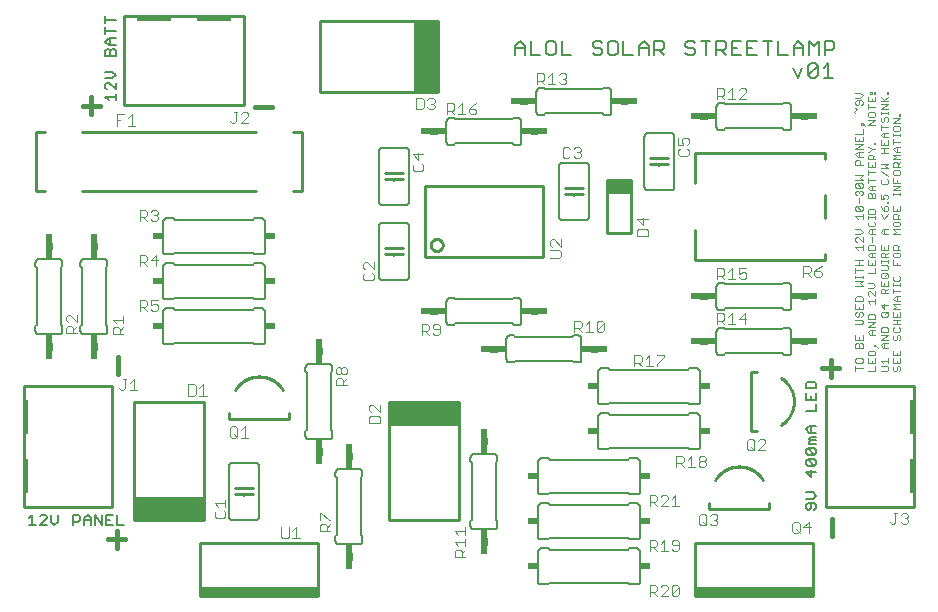
<source format=gto>
G75*
%MOIN*%
%OFA0B0*%
%FSLAX25Y25*%
%IPPOS*%
%LPD*%
%AMOC8*
5,1,8,0,0,1.08239X$1,22.5*
%
%ADD10C,0.01500*%
%ADD11C,0.00600*%
%ADD12C,0.00800*%
%ADD13C,0.00400*%
%ADD14C,0.01000*%
%ADD15R,0.23622X0.07874*%
%ADD16C,0.00300*%
%ADD17R,0.07874X0.23622*%
%ADD18R,0.07874X0.04921*%
%ADD19R,0.01575X0.11811*%
%ADD20R,0.11811X0.01575*%
%ADD21R,0.39370X0.02953*%
%ADD22C,0.02400*%
%ADD23R,0.02400X0.03400*%
%ADD24R,0.03400X0.02400*%
D10*
X0033586Y0022168D02*
X0033586Y0027839D01*
X0030750Y0025004D02*
X0036422Y0025004D01*
X0033996Y0080250D02*
X0033996Y0085922D01*
X0025086Y0166668D02*
X0025086Y0172339D01*
X0022250Y0169504D02*
X0027922Y0169504D01*
X0079542Y0169004D02*
X0085214Y0169004D01*
X0268750Y0082004D02*
X0274422Y0082004D01*
X0271586Y0084839D02*
X0271586Y0079168D01*
X0271996Y0031714D02*
X0271996Y0026042D01*
D11*
X0266133Y0034800D02*
X0266700Y0035367D01*
X0266700Y0036501D01*
X0266133Y0037069D01*
X0263864Y0037069D01*
X0263297Y0036501D01*
X0263297Y0035367D01*
X0263864Y0034800D01*
X0264431Y0034800D01*
X0264999Y0035367D01*
X0264999Y0037069D01*
X0265566Y0038483D02*
X0266700Y0039617D01*
X0265566Y0040752D01*
X0263297Y0040752D01*
X0263297Y0038483D02*
X0265566Y0038483D01*
X0264999Y0045849D02*
X0264999Y0048118D01*
X0266700Y0047551D02*
X0263297Y0047551D01*
X0264999Y0045849D01*
X0266133Y0049533D02*
X0263864Y0049533D01*
X0263297Y0050100D01*
X0263297Y0051234D01*
X0263864Y0051801D01*
X0266133Y0049533D01*
X0266700Y0050100D01*
X0266700Y0051234D01*
X0266133Y0051801D01*
X0263864Y0051801D01*
X0263864Y0053216D02*
X0263297Y0053783D01*
X0263297Y0054917D01*
X0263864Y0055484D01*
X0266133Y0053216D01*
X0266700Y0053783D01*
X0266700Y0054917D01*
X0266133Y0055484D01*
X0263864Y0055484D01*
X0264431Y0056899D02*
X0264431Y0057466D01*
X0264999Y0058033D01*
X0264431Y0058600D01*
X0264999Y0059167D01*
X0266700Y0059167D01*
X0266700Y0058033D02*
X0264999Y0058033D01*
X0264431Y0056899D02*
X0266700Y0056899D01*
X0266700Y0060582D02*
X0264431Y0060582D01*
X0263297Y0061716D01*
X0264431Y0062851D01*
X0266700Y0062851D01*
X0264999Y0062851D02*
X0264999Y0060582D01*
X0266700Y0067948D02*
X0263297Y0067948D01*
X0266700Y0067948D02*
X0266700Y0070217D01*
X0266700Y0071631D02*
X0263297Y0071631D01*
X0263297Y0073900D01*
X0263297Y0075315D02*
X0263297Y0077016D01*
X0263864Y0077583D01*
X0266133Y0077583D01*
X0266700Y0077016D01*
X0266700Y0075315D01*
X0263297Y0075315D01*
X0264999Y0072766D02*
X0264999Y0071631D01*
X0266700Y0071631D02*
X0266700Y0073900D01*
X0257500Y0086500D02*
X0256000Y0086500D01*
X0255500Y0087000D01*
X0236500Y0087000D01*
X0236000Y0086500D01*
X0234500Y0086500D01*
X0234440Y0086502D01*
X0234379Y0086507D01*
X0234320Y0086516D01*
X0234261Y0086529D01*
X0234202Y0086545D01*
X0234145Y0086565D01*
X0234090Y0086588D01*
X0234035Y0086615D01*
X0233983Y0086644D01*
X0233932Y0086677D01*
X0233883Y0086713D01*
X0233837Y0086751D01*
X0233793Y0086793D01*
X0233751Y0086837D01*
X0233713Y0086883D01*
X0233677Y0086932D01*
X0233644Y0086983D01*
X0233615Y0087035D01*
X0233588Y0087090D01*
X0233565Y0087145D01*
X0233545Y0087202D01*
X0233529Y0087261D01*
X0233516Y0087320D01*
X0233507Y0087379D01*
X0233502Y0087440D01*
X0233500Y0087500D01*
X0233500Y0094500D01*
X0233502Y0094560D01*
X0233507Y0094621D01*
X0233516Y0094680D01*
X0233529Y0094739D01*
X0233545Y0094798D01*
X0233565Y0094855D01*
X0233588Y0094910D01*
X0233615Y0094965D01*
X0233644Y0095017D01*
X0233677Y0095068D01*
X0233713Y0095117D01*
X0233751Y0095163D01*
X0233793Y0095207D01*
X0233837Y0095249D01*
X0233883Y0095287D01*
X0233932Y0095323D01*
X0233983Y0095356D01*
X0234035Y0095385D01*
X0234090Y0095412D01*
X0234145Y0095435D01*
X0234202Y0095455D01*
X0234261Y0095471D01*
X0234320Y0095484D01*
X0234379Y0095493D01*
X0234440Y0095498D01*
X0234500Y0095500D01*
X0236000Y0095500D01*
X0236500Y0095000D01*
X0255500Y0095000D01*
X0256000Y0095500D01*
X0257500Y0095500D01*
X0257560Y0095498D01*
X0257621Y0095493D01*
X0257680Y0095484D01*
X0257739Y0095471D01*
X0257798Y0095455D01*
X0257855Y0095435D01*
X0257910Y0095412D01*
X0257965Y0095385D01*
X0258017Y0095356D01*
X0258068Y0095323D01*
X0258117Y0095287D01*
X0258163Y0095249D01*
X0258207Y0095207D01*
X0258249Y0095163D01*
X0258287Y0095117D01*
X0258323Y0095068D01*
X0258356Y0095017D01*
X0258385Y0094965D01*
X0258412Y0094910D01*
X0258435Y0094855D01*
X0258455Y0094798D01*
X0258471Y0094739D01*
X0258484Y0094680D01*
X0258493Y0094621D01*
X0258498Y0094560D01*
X0258500Y0094500D01*
X0258500Y0087500D01*
X0258498Y0087440D01*
X0258493Y0087379D01*
X0258484Y0087320D01*
X0258471Y0087261D01*
X0258455Y0087202D01*
X0258435Y0087145D01*
X0258412Y0087090D01*
X0258385Y0087035D01*
X0258356Y0086983D01*
X0258323Y0086932D01*
X0258287Y0086883D01*
X0258249Y0086837D01*
X0258207Y0086793D01*
X0258163Y0086751D01*
X0258117Y0086713D01*
X0258068Y0086677D01*
X0258017Y0086644D01*
X0257965Y0086615D01*
X0257910Y0086588D01*
X0257855Y0086565D01*
X0257798Y0086545D01*
X0257739Y0086529D01*
X0257680Y0086516D01*
X0257621Y0086507D01*
X0257560Y0086502D01*
X0257500Y0086500D01*
X0257500Y0101500D02*
X0256000Y0101500D01*
X0255500Y0102000D01*
X0236500Y0102000D01*
X0236000Y0101500D01*
X0234500Y0101500D01*
X0234440Y0101502D01*
X0234379Y0101507D01*
X0234320Y0101516D01*
X0234261Y0101529D01*
X0234202Y0101545D01*
X0234145Y0101565D01*
X0234090Y0101588D01*
X0234035Y0101615D01*
X0233983Y0101644D01*
X0233932Y0101677D01*
X0233883Y0101713D01*
X0233837Y0101751D01*
X0233793Y0101793D01*
X0233751Y0101837D01*
X0233713Y0101883D01*
X0233677Y0101932D01*
X0233644Y0101983D01*
X0233615Y0102035D01*
X0233588Y0102090D01*
X0233565Y0102145D01*
X0233545Y0102202D01*
X0233529Y0102261D01*
X0233516Y0102320D01*
X0233507Y0102379D01*
X0233502Y0102440D01*
X0233500Y0102500D01*
X0233500Y0109500D01*
X0233502Y0109560D01*
X0233507Y0109621D01*
X0233516Y0109680D01*
X0233529Y0109739D01*
X0233545Y0109798D01*
X0233565Y0109855D01*
X0233588Y0109910D01*
X0233615Y0109965D01*
X0233644Y0110017D01*
X0233677Y0110068D01*
X0233713Y0110117D01*
X0233751Y0110163D01*
X0233793Y0110207D01*
X0233837Y0110249D01*
X0233883Y0110287D01*
X0233932Y0110323D01*
X0233983Y0110356D01*
X0234035Y0110385D01*
X0234090Y0110412D01*
X0234145Y0110435D01*
X0234202Y0110455D01*
X0234261Y0110471D01*
X0234320Y0110484D01*
X0234379Y0110493D01*
X0234440Y0110498D01*
X0234500Y0110500D01*
X0236000Y0110500D01*
X0236500Y0110000D01*
X0255500Y0110000D01*
X0256000Y0110500D01*
X0257500Y0110500D01*
X0257560Y0110498D01*
X0257621Y0110493D01*
X0257680Y0110484D01*
X0257739Y0110471D01*
X0257798Y0110455D01*
X0257855Y0110435D01*
X0257910Y0110412D01*
X0257965Y0110385D01*
X0258017Y0110356D01*
X0258068Y0110323D01*
X0258117Y0110287D01*
X0258163Y0110249D01*
X0258207Y0110207D01*
X0258249Y0110163D01*
X0258287Y0110117D01*
X0258323Y0110068D01*
X0258356Y0110017D01*
X0258385Y0109965D01*
X0258412Y0109910D01*
X0258435Y0109855D01*
X0258455Y0109798D01*
X0258471Y0109739D01*
X0258484Y0109680D01*
X0258493Y0109621D01*
X0258498Y0109560D01*
X0258500Y0109500D01*
X0258500Y0102500D01*
X0258498Y0102440D01*
X0258493Y0102379D01*
X0258484Y0102320D01*
X0258471Y0102261D01*
X0258455Y0102202D01*
X0258435Y0102145D01*
X0258412Y0102090D01*
X0258385Y0102035D01*
X0258356Y0101983D01*
X0258323Y0101932D01*
X0258287Y0101883D01*
X0258249Y0101837D01*
X0258207Y0101793D01*
X0258163Y0101751D01*
X0258117Y0101713D01*
X0258068Y0101677D01*
X0258017Y0101644D01*
X0257965Y0101615D01*
X0257910Y0101588D01*
X0257855Y0101565D01*
X0257798Y0101545D01*
X0257739Y0101529D01*
X0257680Y0101516D01*
X0257621Y0101507D01*
X0257560Y0101502D01*
X0257500Y0101500D01*
X0228000Y0081000D02*
X0228000Y0071000D01*
X0227998Y0070940D01*
X0227993Y0070879D01*
X0227984Y0070820D01*
X0227971Y0070761D01*
X0227955Y0070702D01*
X0227935Y0070645D01*
X0227912Y0070590D01*
X0227885Y0070535D01*
X0227856Y0070483D01*
X0227823Y0070432D01*
X0227787Y0070383D01*
X0227749Y0070337D01*
X0227707Y0070293D01*
X0227663Y0070251D01*
X0227617Y0070213D01*
X0227568Y0070177D01*
X0227517Y0070144D01*
X0227465Y0070115D01*
X0227410Y0070088D01*
X0227355Y0070065D01*
X0227298Y0070045D01*
X0227239Y0070029D01*
X0227180Y0070016D01*
X0227121Y0070007D01*
X0227060Y0070002D01*
X0227000Y0070000D01*
X0224500Y0070000D01*
X0224000Y0070500D01*
X0198000Y0070500D01*
X0197500Y0070000D01*
X0195000Y0070000D01*
X0194940Y0070002D01*
X0194879Y0070007D01*
X0194820Y0070016D01*
X0194761Y0070029D01*
X0194702Y0070045D01*
X0194645Y0070065D01*
X0194590Y0070088D01*
X0194535Y0070115D01*
X0194483Y0070144D01*
X0194432Y0070177D01*
X0194383Y0070213D01*
X0194337Y0070251D01*
X0194293Y0070293D01*
X0194251Y0070337D01*
X0194213Y0070383D01*
X0194177Y0070432D01*
X0194144Y0070483D01*
X0194115Y0070535D01*
X0194088Y0070590D01*
X0194065Y0070645D01*
X0194045Y0070702D01*
X0194029Y0070761D01*
X0194016Y0070820D01*
X0194007Y0070879D01*
X0194002Y0070940D01*
X0194000Y0071000D01*
X0194000Y0081000D01*
X0194002Y0081060D01*
X0194007Y0081121D01*
X0194016Y0081180D01*
X0194029Y0081239D01*
X0194045Y0081298D01*
X0194065Y0081355D01*
X0194088Y0081410D01*
X0194115Y0081465D01*
X0194144Y0081517D01*
X0194177Y0081568D01*
X0194213Y0081617D01*
X0194251Y0081663D01*
X0194293Y0081707D01*
X0194337Y0081749D01*
X0194383Y0081787D01*
X0194432Y0081823D01*
X0194483Y0081856D01*
X0194535Y0081885D01*
X0194590Y0081912D01*
X0194645Y0081935D01*
X0194702Y0081955D01*
X0194761Y0081971D01*
X0194820Y0081984D01*
X0194879Y0081993D01*
X0194940Y0081998D01*
X0195000Y0082000D01*
X0197500Y0082000D01*
X0198000Y0081500D01*
X0224000Y0081500D01*
X0224500Y0082000D01*
X0227000Y0082000D01*
X0227060Y0081998D01*
X0227121Y0081993D01*
X0227180Y0081984D01*
X0227239Y0081971D01*
X0227298Y0081955D01*
X0227355Y0081935D01*
X0227410Y0081912D01*
X0227465Y0081885D01*
X0227517Y0081856D01*
X0227568Y0081823D01*
X0227617Y0081787D01*
X0227663Y0081749D01*
X0227707Y0081707D01*
X0227749Y0081663D01*
X0227787Y0081617D01*
X0227823Y0081568D01*
X0227856Y0081517D01*
X0227885Y0081465D01*
X0227912Y0081410D01*
X0227935Y0081355D01*
X0227955Y0081298D01*
X0227971Y0081239D01*
X0227984Y0081180D01*
X0227993Y0081121D01*
X0227998Y0081060D01*
X0228000Y0081000D01*
X0227000Y0067000D02*
X0224500Y0067000D01*
X0224000Y0066500D01*
X0198000Y0066500D01*
X0197500Y0067000D01*
X0195000Y0067000D01*
X0194940Y0066998D01*
X0194879Y0066993D01*
X0194820Y0066984D01*
X0194761Y0066971D01*
X0194702Y0066955D01*
X0194645Y0066935D01*
X0194590Y0066912D01*
X0194535Y0066885D01*
X0194483Y0066856D01*
X0194432Y0066823D01*
X0194383Y0066787D01*
X0194337Y0066749D01*
X0194293Y0066707D01*
X0194251Y0066663D01*
X0194213Y0066617D01*
X0194177Y0066568D01*
X0194144Y0066517D01*
X0194115Y0066465D01*
X0194088Y0066410D01*
X0194065Y0066355D01*
X0194045Y0066298D01*
X0194029Y0066239D01*
X0194016Y0066180D01*
X0194007Y0066121D01*
X0194002Y0066060D01*
X0194000Y0066000D01*
X0194000Y0056000D01*
X0194002Y0055940D01*
X0194007Y0055879D01*
X0194016Y0055820D01*
X0194029Y0055761D01*
X0194045Y0055702D01*
X0194065Y0055645D01*
X0194088Y0055590D01*
X0194115Y0055535D01*
X0194144Y0055483D01*
X0194177Y0055432D01*
X0194213Y0055383D01*
X0194251Y0055337D01*
X0194293Y0055293D01*
X0194337Y0055251D01*
X0194383Y0055213D01*
X0194432Y0055177D01*
X0194483Y0055144D01*
X0194535Y0055115D01*
X0194590Y0055088D01*
X0194645Y0055065D01*
X0194702Y0055045D01*
X0194761Y0055029D01*
X0194820Y0055016D01*
X0194879Y0055007D01*
X0194940Y0055002D01*
X0195000Y0055000D01*
X0197500Y0055000D01*
X0198000Y0055500D01*
X0224000Y0055500D01*
X0224500Y0055000D01*
X0227000Y0055000D01*
X0227060Y0055002D01*
X0227121Y0055007D01*
X0227180Y0055016D01*
X0227239Y0055029D01*
X0227298Y0055045D01*
X0227355Y0055065D01*
X0227410Y0055088D01*
X0227465Y0055115D01*
X0227517Y0055144D01*
X0227568Y0055177D01*
X0227617Y0055213D01*
X0227663Y0055251D01*
X0227707Y0055293D01*
X0227749Y0055337D01*
X0227787Y0055383D01*
X0227823Y0055432D01*
X0227856Y0055483D01*
X0227885Y0055535D01*
X0227912Y0055590D01*
X0227935Y0055645D01*
X0227955Y0055702D01*
X0227971Y0055761D01*
X0227984Y0055820D01*
X0227993Y0055879D01*
X0227998Y0055940D01*
X0228000Y0056000D01*
X0228000Y0066000D01*
X0227998Y0066060D01*
X0227993Y0066121D01*
X0227984Y0066180D01*
X0227971Y0066239D01*
X0227955Y0066298D01*
X0227935Y0066355D01*
X0227912Y0066410D01*
X0227885Y0066465D01*
X0227856Y0066517D01*
X0227823Y0066568D01*
X0227787Y0066617D01*
X0227749Y0066663D01*
X0227707Y0066707D01*
X0227663Y0066749D01*
X0227617Y0066787D01*
X0227568Y0066823D01*
X0227517Y0066856D01*
X0227465Y0066885D01*
X0227410Y0066912D01*
X0227355Y0066935D01*
X0227298Y0066955D01*
X0227239Y0066971D01*
X0227180Y0066984D01*
X0227121Y0066993D01*
X0227060Y0066998D01*
X0227000Y0067000D01*
X0207000Y0052000D02*
X0204500Y0052000D01*
X0204000Y0051500D01*
X0178000Y0051500D01*
X0177500Y0052000D01*
X0175000Y0052000D01*
X0174940Y0051998D01*
X0174879Y0051993D01*
X0174820Y0051984D01*
X0174761Y0051971D01*
X0174702Y0051955D01*
X0174645Y0051935D01*
X0174590Y0051912D01*
X0174535Y0051885D01*
X0174483Y0051856D01*
X0174432Y0051823D01*
X0174383Y0051787D01*
X0174337Y0051749D01*
X0174293Y0051707D01*
X0174251Y0051663D01*
X0174213Y0051617D01*
X0174177Y0051568D01*
X0174144Y0051517D01*
X0174115Y0051465D01*
X0174088Y0051410D01*
X0174065Y0051355D01*
X0174045Y0051298D01*
X0174029Y0051239D01*
X0174016Y0051180D01*
X0174007Y0051121D01*
X0174002Y0051060D01*
X0174000Y0051000D01*
X0174000Y0041000D01*
X0174002Y0040940D01*
X0174007Y0040879D01*
X0174016Y0040820D01*
X0174029Y0040761D01*
X0174045Y0040702D01*
X0174065Y0040645D01*
X0174088Y0040590D01*
X0174115Y0040535D01*
X0174144Y0040483D01*
X0174177Y0040432D01*
X0174213Y0040383D01*
X0174251Y0040337D01*
X0174293Y0040293D01*
X0174337Y0040251D01*
X0174383Y0040213D01*
X0174432Y0040177D01*
X0174483Y0040144D01*
X0174535Y0040115D01*
X0174590Y0040088D01*
X0174645Y0040065D01*
X0174702Y0040045D01*
X0174761Y0040029D01*
X0174820Y0040016D01*
X0174879Y0040007D01*
X0174940Y0040002D01*
X0175000Y0040000D01*
X0177500Y0040000D01*
X0178000Y0040500D01*
X0204000Y0040500D01*
X0204500Y0040000D01*
X0207000Y0040000D01*
X0207060Y0040002D01*
X0207121Y0040007D01*
X0207180Y0040016D01*
X0207239Y0040029D01*
X0207298Y0040045D01*
X0207355Y0040065D01*
X0207410Y0040088D01*
X0207465Y0040115D01*
X0207517Y0040144D01*
X0207568Y0040177D01*
X0207617Y0040213D01*
X0207663Y0040251D01*
X0207707Y0040293D01*
X0207749Y0040337D01*
X0207787Y0040383D01*
X0207823Y0040432D01*
X0207856Y0040483D01*
X0207885Y0040535D01*
X0207912Y0040590D01*
X0207935Y0040645D01*
X0207955Y0040702D01*
X0207971Y0040761D01*
X0207984Y0040820D01*
X0207993Y0040879D01*
X0207998Y0040940D01*
X0208000Y0041000D01*
X0208000Y0051000D01*
X0207998Y0051060D01*
X0207993Y0051121D01*
X0207984Y0051180D01*
X0207971Y0051239D01*
X0207955Y0051298D01*
X0207935Y0051355D01*
X0207912Y0051410D01*
X0207885Y0051465D01*
X0207856Y0051517D01*
X0207823Y0051568D01*
X0207787Y0051617D01*
X0207749Y0051663D01*
X0207707Y0051707D01*
X0207663Y0051749D01*
X0207617Y0051787D01*
X0207568Y0051823D01*
X0207517Y0051856D01*
X0207465Y0051885D01*
X0207410Y0051912D01*
X0207355Y0051935D01*
X0207298Y0051955D01*
X0207239Y0051971D01*
X0207180Y0051984D01*
X0207121Y0051993D01*
X0207060Y0051998D01*
X0207000Y0052000D01*
X0207000Y0037000D02*
X0204500Y0037000D01*
X0204000Y0036500D01*
X0178000Y0036500D01*
X0177500Y0037000D01*
X0175000Y0037000D01*
X0174940Y0036998D01*
X0174879Y0036993D01*
X0174820Y0036984D01*
X0174761Y0036971D01*
X0174702Y0036955D01*
X0174645Y0036935D01*
X0174590Y0036912D01*
X0174535Y0036885D01*
X0174483Y0036856D01*
X0174432Y0036823D01*
X0174383Y0036787D01*
X0174337Y0036749D01*
X0174293Y0036707D01*
X0174251Y0036663D01*
X0174213Y0036617D01*
X0174177Y0036568D01*
X0174144Y0036517D01*
X0174115Y0036465D01*
X0174088Y0036410D01*
X0174065Y0036355D01*
X0174045Y0036298D01*
X0174029Y0036239D01*
X0174016Y0036180D01*
X0174007Y0036121D01*
X0174002Y0036060D01*
X0174000Y0036000D01*
X0174000Y0026000D01*
X0174002Y0025940D01*
X0174007Y0025879D01*
X0174016Y0025820D01*
X0174029Y0025761D01*
X0174045Y0025702D01*
X0174065Y0025645D01*
X0174088Y0025590D01*
X0174115Y0025535D01*
X0174144Y0025483D01*
X0174177Y0025432D01*
X0174213Y0025383D01*
X0174251Y0025337D01*
X0174293Y0025293D01*
X0174337Y0025251D01*
X0174383Y0025213D01*
X0174432Y0025177D01*
X0174483Y0025144D01*
X0174535Y0025115D01*
X0174590Y0025088D01*
X0174645Y0025065D01*
X0174702Y0025045D01*
X0174761Y0025029D01*
X0174820Y0025016D01*
X0174879Y0025007D01*
X0174940Y0025002D01*
X0175000Y0025000D01*
X0177500Y0025000D01*
X0178000Y0025500D01*
X0204000Y0025500D01*
X0204500Y0025000D01*
X0207000Y0025000D01*
X0207060Y0025002D01*
X0207121Y0025007D01*
X0207180Y0025016D01*
X0207239Y0025029D01*
X0207298Y0025045D01*
X0207355Y0025065D01*
X0207410Y0025088D01*
X0207465Y0025115D01*
X0207517Y0025144D01*
X0207568Y0025177D01*
X0207617Y0025213D01*
X0207663Y0025251D01*
X0207707Y0025293D01*
X0207749Y0025337D01*
X0207787Y0025383D01*
X0207823Y0025432D01*
X0207856Y0025483D01*
X0207885Y0025535D01*
X0207912Y0025590D01*
X0207935Y0025645D01*
X0207955Y0025702D01*
X0207971Y0025761D01*
X0207984Y0025820D01*
X0207993Y0025879D01*
X0207998Y0025940D01*
X0208000Y0026000D01*
X0208000Y0036000D01*
X0207998Y0036060D01*
X0207993Y0036121D01*
X0207984Y0036180D01*
X0207971Y0036239D01*
X0207955Y0036298D01*
X0207935Y0036355D01*
X0207912Y0036410D01*
X0207885Y0036465D01*
X0207856Y0036517D01*
X0207823Y0036568D01*
X0207787Y0036617D01*
X0207749Y0036663D01*
X0207707Y0036707D01*
X0207663Y0036749D01*
X0207617Y0036787D01*
X0207568Y0036823D01*
X0207517Y0036856D01*
X0207465Y0036885D01*
X0207410Y0036912D01*
X0207355Y0036935D01*
X0207298Y0036955D01*
X0207239Y0036971D01*
X0207180Y0036984D01*
X0207121Y0036993D01*
X0207060Y0036998D01*
X0207000Y0037000D01*
X0207000Y0022000D02*
X0204500Y0022000D01*
X0204000Y0021500D01*
X0178000Y0021500D01*
X0177500Y0022000D01*
X0175000Y0022000D01*
X0174940Y0021998D01*
X0174879Y0021993D01*
X0174820Y0021984D01*
X0174761Y0021971D01*
X0174702Y0021955D01*
X0174645Y0021935D01*
X0174590Y0021912D01*
X0174535Y0021885D01*
X0174483Y0021856D01*
X0174432Y0021823D01*
X0174383Y0021787D01*
X0174337Y0021749D01*
X0174293Y0021707D01*
X0174251Y0021663D01*
X0174213Y0021617D01*
X0174177Y0021568D01*
X0174144Y0021517D01*
X0174115Y0021465D01*
X0174088Y0021410D01*
X0174065Y0021355D01*
X0174045Y0021298D01*
X0174029Y0021239D01*
X0174016Y0021180D01*
X0174007Y0021121D01*
X0174002Y0021060D01*
X0174000Y0021000D01*
X0174000Y0011000D01*
X0174002Y0010940D01*
X0174007Y0010879D01*
X0174016Y0010820D01*
X0174029Y0010761D01*
X0174045Y0010702D01*
X0174065Y0010645D01*
X0174088Y0010590D01*
X0174115Y0010535D01*
X0174144Y0010483D01*
X0174177Y0010432D01*
X0174213Y0010383D01*
X0174251Y0010337D01*
X0174293Y0010293D01*
X0174337Y0010251D01*
X0174383Y0010213D01*
X0174432Y0010177D01*
X0174483Y0010144D01*
X0174535Y0010115D01*
X0174590Y0010088D01*
X0174645Y0010065D01*
X0174702Y0010045D01*
X0174761Y0010029D01*
X0174820Y0010016D01*
X0174879Y0010007D01*
X0174940Y0010002D01*
X0175000Y0010000D01*
X0177500Y0010000D01*
X0178000Y0010500D01*
X0204000Y0010500D01*
X0204500Y0010000D01*
X0207000Y0010000D01*
X0207060Y0010002D01*
X0207121Y0010007D01*
X0207180Y0010016D01*
X0207239Y0010029D01*
X0207298Y0010045D01*
X0207355Y0010065D01*
X0207410Y0010088D01*
X0207465Y0010115D01*
X0207517Y0010144D01*
X0207568Y0010177D01*
X0207617Y0010213D01*
X0207663Y0010251D01*
X0207707Y0010293D01*
X0207749Y0010337D01*
X0207787Y0010383D01*
X0207823Y0010432D01*
X0207856Y0010483D01*
X0207885Y0010535D01*
X0207912Y0010590D01*
X0207935Y0010645D01*
X0207955Y0010702D01*
X0207971Y0010761D01*
X0207984Y0010820D01*
X0207993Y0010879D01*
X0207998Y0010940D01*
X0208000Y0011000D01*
X0208000Y0021000D01*
X0207998Y0021060D01*
X0207993Y0021121D01*
X0207984Y0021180D01*
X0207971Y0021239D01*
X0207955Y0021298D01*
X0207935Y0021355D01*
X0207912Y0021410D01*
X0207885Y0021465D01*
X0207856Y0021517D01*
X0207823Y0021568D01*
X0207787Y0021617D01*
X0207749Y0021663D01*
X0207707Y0021707D01*
X0207663Y0021749D01*
X0207617Y0021787D01*
X0207568Y0021823D01*
X0207517Y0021856D01*
X0207465Y0021885D01*
X0207410Y0021912D01*
X0207355Y0021935D01*
X0207298Y0021955D01*
X0207239Y0021971D01*
X0207180Y0021984D01*
X0207121Y0021993D01*
X0207060Y0021998D01*
X0207000Y0022000D01*
X0160500Y0029500D02*
X0160500Y0031000D01*
X0160000Y0031500D01*
X0160000Y0050500D01*
X0160500Y0051000D01*
X0160500Y0052500D01*
X0160498Y0052560D01*
X0160493Y0052621D01*
X0160484Y0052680D01*
X0160471Y0052739D01*
X0160455Y0052798D01*
X0160435Y0052855D01*
X0160412Y0052910D01*
X0160385Y0052965D01*
X0160356Y0053017D01*
X0160323Y0053068D01*
X0160287Y0053117D01*
X0160249Y0053163D01*
X0160207Y0053207D01*
X0160163Y0053249D01*
X0160117Y0053287D01*
X0160068Y0053323D01*
X0160017Y0053356D01*
X0159965Y0053385D01*
X0159910Y0053412D01*
X0159855Y0053435D01*
X0159798Y0053455D01*
X0159739Y0053471D01*
X0159680Y0053484D01*
X0159621Y0053493D01*
X0159560Y0053498D01*
X0159500Y0053500D01*
X0152500Y0053500D01*
X0152440Y0053498D01*
X0152379Y0053493D01*
X0152320Y0053484D01*
X0152261Y0053471D01*
X0152202Y0053455D01*
X0152145Y0053435D01*
X0152090Y0053412D01*
X0152035Y0053385D01*
X0151983Y0053356D01*
X0151932Y0053323D01*
X0151883Y0053287D01*
X0151837Y0053249D01*
X0151793Y0053207D01*
X0151751Y0053163D01*
X0151713Y0053117D01*
X0151677Y0053068D01*
X0151644Y0053017D01*
X0151615Y0052965D01*
X0151588Y0052910D01*
X0151565Y0052855D01*
X0151545Y0052798D01*
X0151529Y0052739D01*
X0151516Y0052680D01*
X0151507Y0052621D01*
X0151502Y0052560D01*
X0151500Y0052500D01*
X0151500Y0051000D01*
X0152000Y0050500D01*
X0152000Y0031500D01*
X0151500Y0031000D01*
X0151500Y0029500D01*
X0151502Y0029440D01*
X0151507Y0029379D01*
X0151516Y0029320D01*
X0151529Y0029261D01*
X0151545Y0029202D01*
X0151565Y0029145D01*
X0151588Y0029090D01*
X0151615Y0029035D01*
X0151644Y0028983D01*
X0151677Y0028932D01*
X0151713Y0028883D01*
X0151751Y0028837D01*
X0151793Y0028793D01*
X0151837Y0028751D01*
X0151883Y0028713D01*
X0151932Y0028677D01*
X0151983Y0028644D01*
X0152035Y0028615D01*
X0152090Y0028588D01*
X0152145Y0028565D01*
X0152202Y0028545D01*
X0152261Y0028529D01*
X0152320Y0028516D01*
X0152379Y0028507D01*
X0152440Y0028502D01*
X0152500Y0028500D01*
X0159500Y0028500D01*
X0159560Y0028502D01*
X0159621Y0028507D01*
X0159680Y0028516D01*
X0159739Y0028529D01*
X0159798Y0028545D01*
X0159855Y0028565D01*
X0159910Y0028588D01*
X0159965Y0028615D01*
X0160017Y0028644D01*
X0160068Y0028677D01*
X0160117Y0028713D01*
X0160163Y0028751D01*
X0160207Y0028793D01*
X0160249Y0028837D01*
X0160287Y0028883D01*
X0160323Y0028932D01*
X0160356Y0028983D01*
X0160385Y0029035D01*
X0160412Y0029090D01*
X0160435Y0029145D01*
X0160455Y0029202D01*
X0160471Y0029261D01*
X0160484Y0029320D01*
X0160493Y0029379D01*
X0160498Y0029440D01*
X0160500Y0029500D01*
X0115500Y0026000D02*
X0115500Y0024500D01*
X0115498Y0024440D01*
X0115493Y0024379D01*
X0115484Y0024320D01*
X0115471Y0024261D01*
X0115455Y0024202D01*
X0115435Y0024145D01*
X0115412Y0024090D01*
X0115385Y0024035D01*
X0115356Y0023983D01*
X0115323Y0023932D01*
X0115287Y0023883D01*
X0115249Y0023837D01*
X0115207Y0023793D01*
X0115163Y0023751D01*
X0115117Y0023713D01*
X0115068Y0023677D01*
X0115017Y0023644D01*
X0114965Y0023615D01*
X0114910Y0023588D01*
X0114855Y0023565D01*
X0114798Y0023545D01*
X0114739Y0023529D01*
X0114680Y0023516D01*
X0114621Y0023507D01*
X0114560Y0023502D01*
X0114500Y0023500D01*
X0107500Y0023500D01*
X0107440Y0023502D01*
X0107379Y0023507D01*
X0107320Y0023516D01*
X0107261Y0023529D01*
X0107202Y0023545D01*
X0107145Y0023565D01*
X0107090Y0023588D01*
X0107035Y0023615D01*
X0106983Y0023644D01*
X0106932Y0023677D01*
X0106883Y0023713D01*
X0106837Y0023751D01*
X0106793Y0023793D01*
X0106751Y0023837D01*
X0106713Y0023883D01*
X0106677Y0023932D01*
X0106644Y0023983D01*
X0106615Y0024035D01*
X0106588Y0024090D01*
X0106565Y0024145D01*
X0106545Y0024202D01*
X0106529Y0024261D01*
X0106516Y0024320D01*
X0106507Y0024379D01*
X0106502Y0024440D01*
X0106500Y0024500D01*
X0106500Y0026000D01*
X0107000Y0026500D01*
X0107000Y0045500D01*
X0106500Y0046000D01*
X0106500Y0047500D01*
X0106502Y0047560D01*
X0106507Y0047621D01*
X0106516Y0047680D01*
X0106529Y0047739D01*
X0106545Y0047798D01*
X0106565Y0047855D01*
X0106588Y0047910D01*
X0106615Y0047965D01*
X0106644Y0048017D01*
X0106677Y0048068D01*
X0106713Y0048117D01*
X0106751Y0048163D01*
X0106793Y0048207D01*
X0106837Y0048249D01*
X0106883Y0048287D01*
X0106932Y0048323D01*
X0106983Y0048356D01*
X0107035Y0048385D01*
X0107090Y0048412D01*
X0107145Y0048435D01*
X0107202Y0048455D01*
X0107261Y0048471D01*
X0107320Y0048484D01*
X0107379Y0048493D01*
X0107440Y0048498D01*
X0107500Y0048500D01*
X0114500Y0048500D01*
X0114560Y0048498D01*
X0114621Y0048493D01*
X0114680Y0048484D01*
X0114739Y0048471D01*
X0114798Y0048455D01*
X0114855Y0048435D01*
X0114910Y0048412D01*
X0114965Y0048385D01*
X0115017Y0048356D01*
X0115068Y0048323D01*
X0115117Y0048287D01*
X0115163Y0048249D01*
X0115207Y0048207D01*
X0115249Y0048163D01*
X0115287Y0048117D01*
X0115323Y0048068D01*
X0115356Y0048017D01*
X0115385Y0047965D01*
X0115412Y0047910D01*
X0115435Y0047855D01*
X0115455Y0047798D01*
X0115471Y0047739D01*
X0115484Y0047680D01*
X0115493Y0047621D01*
X0115498Y0047560D01*
X0115500Y0047500D01*
X0115500Y0046000D01*
X0115000Y0045500D01*
X0115000Y0026500D01*
X0115500Y0026000D01*
X0081000Y0032500D02*
X0081000Y0049500D01*
X0080998Y0049560D01*
X0080993Y0049621D01*
X0080984Y0049680D01*
X0080971Y0049739D01*
X0080955Y0049798D01*
X0080935Y0049855D01*
X0080912Y0049910D01*
X0080885Y0049965D01*
X0080856Y0050017D01*
X0080823Y0050068D01*
X0080787Y0050117D01*
X0080749Y0050163D01*
X0080707Y0050207D01*
X0080663Y0050249D01*
X0080617Y0050287D01*
X0080568Y0050323D01*
X0080517Y0050356D01*
X0080465Y0050385D01*
X0080410Y0050412D01*
X0080355Y0050435D01*
X0080298Y0050455D01*
X0080239Y0050471D01*
X0080180Y0050484D01*
X0080121Y0050493D01*
X0080060Y0050498D01*
X0080000Y0050500D01*
X0072000Y0050500D01*
X0071940Y0050498D01*
X0071879Y0050493D01*
X0071820Y0050484D01*
X0071761Y0050471D01*
X0071702Y0050455D01*
X0071645Y0050435D01*
X0071590Y0050412D01*
X0071535Y0050385D01*
X0071483Y0050356D01*
X0071432Y0050323D01*
X0071383Y0050287D01*
X0071337Y0050249D01*
X0071293Y0050207D01*
X0071251Y0050163D01*
X0071213Y0050117D01*
X0071177Y0050068D01*
X0071144Y0050017D01*
X0071115Y0049965D01*
X0071088Y0049910D01*
X0071065Y0049855D01*
X0071045Y0049798D01*
X0071029Y0049739D01*
X0071016Y0049680D01*
X0071007Y0049621D01*
X0071002Y0049560D01*
X0071000Y0049500D01*
X0071000Y0032500D01*
X0071002Y0032440D01*
X0071007Y0032379D01*
X0071016Y0032320D01*
X0071029Y0032261D01*
X0071045Y0032202D01*
X0071065Y0032145D01*
X0071088Y0032090D01*
X0071115Y0032035D01*
X0071144Y0031983D01*
X0071177Y0031932D01*
X0071213Y0031883D01*
X0071251Y0031837D01*
X0071293Y0031793D01*
X0071337Y0031751D01*
X0071383Y0031713D01*
X0071432Y0031677D01*
X0071483Y0031644D01*
X0071535Y0031615D01*
X0071590Y0031588D01*
X0071645Y0031565D01*
X0071702Y0031545D01*
X0071761Y0031529D01*
X0071820Y0031516D01*
X0071879Y0031507D01*
X0071940Y0031502D01*
X0072000Y0031500D01*
X0080000Y0031500D01*
X0080060Y0031502D01*
X0080121Y0031507D01*
X0080180Y0031516D01*
X0080239Y0031529D01*
X0080298Y0031545D01*
X0080355Y0031565D01*
X0080410Y0031588D01*
X0080465Y0031615D01*
X0080517Y0031644D01*
X0080568Y0031677D01*
X0080617Y0031713D01*
X0080663Y0031751D01*
X0080707Y0031793D01*
X0080749Y0031837D01*
X0080787Y0031883D01*
X0080823Y0031932D01*
X0080856Y0031983D01*
X0080885Y0032035D01*
X0080912Y0032090D01*
X0080935Y0032145D01*
X0080955Y0032202D01*
X0080971Y0032261D01*
X0080984Y0032320D01*
X0080993Y0032379D01*
X0080998Y0032440D01*
X0081000Y0032500D01*
X0076000Y0039500D02*
X0076000Y0040000D01*
X0076000Y0042000D02*
X0076000Y0042500D01*
X0096500Y0059500D02*
X0096500Y0061000D01*
X0097000Y0061500D01*
X0097000Y0080500D01*
X0096500Y0081000D01*
X0096500Y0082500D01*
X0096502Y0082560D01*
X0096507Y0082621D01*
X0096516Y0082680D01*
X0096529Y0082739D01*
X0096545Y0082798D01*
X0096565Y0082855D01*
X0096588Y0082910D01*
X0096615Y0082965D01*
X0096644Y0083017D01*
X0096677Y0083068D01*
X0096713Y0083117D01*
X0096751Y0083163D01*
X0096793Y0083207D01*
X0096837Y0083249D01*
X0096883Y0083287D01*
X0096932Y0083323D01*
X0096983Y0083356D01*
X0097035Y0083385D01*
X0097090Y0083412D01*
X0097145Y0083435D01*
X0097202Y0083455D01*
X0097261Y0083471D01*
X0097320Y0083484D01*
X0097379Y0083493D01*
X0097440Y0083498D01*
X0097500Y0083500D01*
X0104500Y0083500D01*
X0104560Y0083498D01*
X0104621Y0083493D01*
X0104680Y0083484D01*
X0104739Y0083471D01*
X0104798Y0083455D01*
X0104855Y0083435D01*
X0104910Y0083412D01*
X0104965Y0083385D01*
X0105017Y0083356D01*
X0105068Y0083323D01*
X0105117Y0083287D01*
X0105163Y0083249D01*
X0105207Y0083207D01*
X0105249Y0083163D01*
X0105287Y0083117D01*
X0105323Y0083068D01*
X0105356Y0083017D01*
X0105385Y0082965D01*
X0105412Y0082910D01*
X0105435Y0082855D01*
X0105455Y0082798D01*
X0105471Y0082739D01*
X0105484Y0082680D01*
X0105493Y0082621D01*
X0105498Y0082560D01*
X0105500Y0082500D01*
X0105500Y0081000D01*
X0105000Y0080500D01*
X0105000Y0061500D01*
X0105500Y0061000D01*
X0105500Y0059500D01*
X0105498Y0059440D01*
X0105493Y0059379D01*
X0105484Y0059320D01*
X0105471Y0059261D01*
X0105455Y0059202D01*
X0105435Y0059145D01*
X0105412Y0059090D01*
X0105385Y0059035D01*
X0105356Y0058983D01*
X0105323Y0058932D01*
X0105287Y0058883D01*
X0105249Y0058837D01*
X0105207Y0058793D01*
X0105163Y0058751D01*
X0105117Y0058713D01*
X0105068Y0058677D01*
X0105017Y0058644D01*
X0104965Y0058615D01*
X0104910Y0058588D01*
X0104855Y0058565D01*
X0104798Y0058545D01*
X0104739Y0058529D01*
X0104680Y0058516D01*
X0104621Y0058507D01*
X0104560Y0058502D01*
X0104500Y0058500D01*
X0097500Y0058500D01*
X0097440Y0058502D01*
X0097379Y0058507D01*
X0097320Y0058516D01*
X0097261Y0058529D01*
X0097202Y0058545D01*
X0097145Y0058565D01*
X0097090Y0058588D01*
X0097035Y0058615D01*
X0096983Y0058644D01*
X0096932Y0058677D01*
X0096883Y0058713D01*
X0096837Y0058751D01*
X0096793Y0058793D01*
X0096751Y0058837D01*
X0096713Y0058883D01*
X0096677Y0058932D01*
X0096644Y0058983D01*
X0096615Y0059035D01*
X0096588Y0059090D01*
X0096565Y0059145D01*
X0096545Y0059202D01*
X0096529Y0059261D01*
X0096516Y0059320D01*
X0096507Y0059379D01*
X0096502Y0059440D01*
X0096500Y0059500D01*
X0082000Y0090000D02*
X0079500Y0090000D01*
X0079000Y0090500D01*
X0053000Y0090500D01*
X0052500Y0090000D01*
X0050000Y0090000D01*
X0049940Y0090002D01*
X0049879Y0090007D01*
X0049820Y0090016D01*
X0049761Y0090029D01*
X0049702Y0090045D01*
X0049645Y0090065D01*
X0049590Y0090088D01*
X0049535Y0090115D01*
X0049483Y0090144D01*
X0049432Y0090177D01*
X0049383Y0090213D01*
X0049337Y0090251D01*
X0049293Y0090293D01*
X0049251Y0090337D01*
X0049213Y0090383D01*
X0049177Y0090432D01*
X0049144Y0090483D01*
X0049115Y0090535D01*
X0049088Y0090590D01*
X0049065Y0090645D01*
X0049045Y0090702D01*
X0049029Y0090761D01*
X0049016Y0090820D01*
X0049007Y0090879D01*
X0049002Y0090940D01*
X0049000Y0091000D01*
X0049000Y0101000D01*
X0049002Y0101060D01*
X0049007Y0101121D01*
X0049016Y0101180D01*
X0049029Y0101239D01*
X0049045Y0101298D01*
X0049065Y0101355D01*
X0049088Y0101410D01*
X0049115Y0101465D01*
X0049144Y0101517D01*
X0049177Y0101568D01*
X0049213Y0101617D01*
X0049251Y0101663D01*
X0049293Y0101707D01*
X0049337Y0101749D01*
X0049383Y0101787D01*
X0049432Y0101823D01*
X0049483Y0101856D01*
X0049535Y0101885D01*
X0049590Y0101912D01*
X0049645Y0101935D01*
X0049702Y0101955D01*
X0049761Y0101971D01*
X0049820Y0101984D01*
X0049879Y0101993D01*
X0049940Y0101998D01*
X0050000Y0102000D01*
X0052500Y0102000D01*
X0053000Y0101500D01*
X0079000Y0101500D01*
X0079500Y0102000D01*
X0082000Y0102000D01*
X0082060Y0101998D01*
X0082121Y0101993D01*
X0082180Y0101984D01*
X0082239Y0101971D01*
X0082298Y0101955D01*
X0082355Y0101935D01*
X0082410Y0101912D01*
X0082465Y0101885D01*
X0082517Y0101856D01*
X0082568Y0101823D01*
X0082617Y0101787D01*
X0082663Y0101749D01*
X0082707Y0101707D01*
X0082749Y0101663D01*
X0082787Y0101617D01*
X0082823Y0101568D01*
X0082856Y0101517D01*
X0082885Y0101465D01*
X0082912Y0101410D01*
X0082935Y0101355D01*
X0082955Y0101298D01*
X0082971Y0101239D01*
X0082984Y0101180D01*
X0082993Y0101121D01*
X0082998Y0101060D01*
X0083000Y0101000D01*
X0083000Y0091000D01*
X0082998Y0090940D01*
X0082993Y0090879D01*
X0082984Y0090820D01*
X0082971Y0090761D01*
X0082955Y0090702D01*
X0082935Y0090645D01*
X0082912Y0090590D01*
X0082885Y0090535D01*
X0082856Y0090483D01*
X0082823Y0090432D01*
X0082787Y0090383D01*
X0082749Y0090337D01*
X0082707Y0090293D01*
X0082663Y0090251D01*
X0082617Y0090213D01*
X0082568Y0090177D01*
X0082517Y0090144D01*
X0082465Y0090115D01*
X0082410Y0090088D01*
X0082355Y0090065D01*
X0082298Y0090045D01*
X0082239Y0090029D01*
X0082180Y0090016D01*
X0082121Y0090007D01*
X0082060Y0090002D01*
X0082000Y0090000D01*
X0082000Y0105000D02*
X0079500Y0105000D01*
X0079000Y0105500D01*
X0053000Y0105500D01*
X0052500Y0105000D01*
X0050000Y0105000D01*
X0049940Y0105002D01*
X0049879Y0105007D01*
X0049820Y0105016D01*
X0049761Y0105029D01*
X0049702Y0105045D01*
X0049645Y0105065D01*
X0049590Y0105088D01*
X0049535Y0105115D01*
X0049483Y0105144D01*
X0049432Y0105177D01*
X0049383Y0105213D01*
X0049337Y0105251D01*
X0049293Y0105293D01*
X0049251Y0105337D01*
X0049213Y0105383D01*
X0049177Y0105432D01*
X0049144Y0105483D01*
X0049115Y0105535D01*
X0049088Y0105590D01*
X0049065Y0105645D01*
X0049045Y0105702D01*
X0049029Y0105761D01*
X0049016Y0105820D01*
X0049007Y0105879D01*
X0049002Y0105940D01*
X0049000Y0106000D01*
X0049000Y0116000D01*
X0049002Y0116060D01*
X0049007Y0116121D01*
X0049016Y0116180D01*
X0049029Y0116239D01*
X0049045Y0116298D01*
X0049065Y0116355D01*
X0049088Y0116410D01*
X0049115Y0116465D01*
X0049144Y0116517D01*
X0049177Y0116568D01*
X0049213Y0116617D01*
X0049251Y0116663D01*
X0049293Y0116707D01*
X0049337Y0116749D01*
X0049383Y0116787D01*
X0049432Y0116823D01*
X0049483Y0116856D01*
X0049535Y0116885D01*
X0049590Y0116912D01*
X0049645Y0116935D01*
X0049702Y0116955D01*
X0049761Y0116971D01*
X0049820Y0116984D01*
X0049879Y0116993D01*
X0049940Y0116998D01*
X0050000Y0117000D01*
X0052500Y0117000D01*
X0053000Y0116500D01*
X0079000Y0116500D01*
X0079500Y0117000D01*
X0082000Y0117000D01*
X0082060Y0116998D01*
X0082121Y0116993D01*
X0082180Y0116984D01*
X0082239Y0116971D01*
X0082298Y0116955D01*
X0082355Y0116935D01*
X0082410Y0116912D01*
X0082465Y0116885D01*
X0082517Y0116856D01*
X0082568Y0116823D01*
X0082617Y0116787D01*
X0082663Y0116749D01*
X0082707Y0116707D01*
X0082749Y0116663D01*
X0082787Y0116617D01*
X0082823Y0116568D01*
X0082856Y0116517D01*
X0082885Y0116465D01*
X0082912Y0116410D01*
X0082935Y0116355D01*
X0082955Y0116298D01*
X0082971Y0116239D01*
X0082984Y0116180D01*
X0082993Y0116121D01*
X0082998Y0116060D01*
X0083000Y0116000D01*
X0083000Y0106000D01*
X0082998Y0105940D01*
X0082993Y0105879D01*
X0082984Y0105820D01*
X0082971Y0105761D01*
X0082955Y0105702D01*
X0082935Y0105645D01*
X0082912Y0105590D01*
X0082885Y0105535D01*
X0082856Y0105483D01*
X0082823Y0105432D01*
X0082787Y0105383D01*
X0082749Y0105337D01*
X0082707Y0105293D01*
X0082663Y0105251D01*
X0082617Y0105213D01*
X0082568Y0105177D01*
X0082517Y0105144D01*
X0082465Y0105115D01*
X0082410Y0105088D01*
X0082355Y0105065D01*
X0082298Y0105045D01*
X0082239Y0105029D01*
X0082180Y0105016D01*
X0082121Y0105007D01*
X0082060Y0105002D01*
X0082000Y0105000D01*
X0082000Y0120000D02*
X0079500Y0120000D01*
X0079000Y0120500D01*
X0053000Y0120500D01*
X0052500Y0120000D01*
X0050000Y0120000D01*
X0049940Y0120002D01*
X0049879Y0120007D01*
X0049820Y0120016D01*
X0049761Y0120029D01*
X0049702Y0120045D01*
X0049645Y0120065D01*
X0049590Y0120088D01*
X0049535Y0120115D01*
X0049483Y0120144D01*
X0049432Y0120177D01*
X0049383Y0120213D01*
X0049337Y0120251D01*
X0049293Y0120293D01*
X0049251Y0120337D01*
X0049213Y0120383D01*
X0049177Y0120432D01*
X0049144Y0120483D01*
X0049115Y0120535D01*
X0049088Y0120590D01*
X0049065Y0120645D01*
X0049045Y0120702D01*
X0049029Y0120761D01*
X0049016Y0120820D01*
X0049007Y0120879D01*
X0049002Y0120940D01*
X0049000Y0121000D01*
X0049000Y0131000D01*
X0049002Y0131060D01*
X0049007Y0131121D01*
X0049016Y0131180D01*
X0049029Y0131239D01*
X0049045Y0131298D01*
X0049065Y0131355D01*
X0049088Y0131410D01*
X0049115Y0131465D01*
X0049144Y0131517D01*
X0049177Y0131568D01*
X0049213Y0131617D01*
X0049251Y0131663D01*
X0049293Y0131707D01*
X0049337Y0131749D01*
X0049383Y0131787D01*
X0049432Y0131823D01*
X0049483Y0131856D01*
X0049535Y0131885D01*
X0049590Y0131912D01*
X0049645Y0131935D01*
X0049702Y0131955D01*
X0049761Y0131971D01*
X0049820Y0131984D01*
X0049879Y0131993D01*
X0049940Y0131998D01*
X0050000Y0132000D01*
X0052500Y0132000D01*
X0053000Y0131500D01*
X0079000Y0131500D01*
X0079500Y0132000D01*
X0082000Y0132000D01*
X0082060Y0131998D01*
X0082121Y0131993D01*
X0082180Y0131984D01*
X0082239Y0131971D01*
X0082298Y0131955D01*
X0082355Y0131935D01*
X0082410Y0131912D01*
X0082465Y0131885D01*
X0082517Y0131856D01*
X0082568Y0131823D01*
X0082617Y0131787D01*
X0082663Y0131749D01*
X0082707Y0131707D01*
X0082749Y0131663D01*
X0082787Y0131617D01*
X0082823Y0131568D01*
X0082856Y0131517D01*
X0082885Y0131465D01*
X0082912Y0131410D01*
X0082935Y0131355D01*
X0082955Y0131298D01*
X0082971Y0131239D01*
X0082984Y0131180D01*
X0082993Y0131121D01*
X0082998Y0131060D01*
X0083000Y0131000D01*
X0083000Y0121000D01*
X0082998Y0120940D01*
X0082993Y0120879D01*
X0082984Y0120820D01*
X0082971Y0120761D01*
X0082955Y0120702D01*
X0082935Y0120645D01*
X0082912Y0120590D01*
X0082885Y0120535D01*
X0082856Y0120483D01*
X0082823Y0120432D01*
X0082787Y0120383D01*
X0082749Y0120337D01*
X0082707Y0120293D01*
X0082663Y0120251D01*
X0082617Y0120213D01*
X0082568Y0120177D01*
X0082517Y0120144D01*
X0082465Y0120115D01*
X0082410Y0120088D01*
X0082355Y0120065D01*
X0082298Y0120045D01*
X0082239Y0120029D01*
X0082180Y0120016D01*
X0082121Y0120007D01*
X0082060Y0120002D01*
X0082000Y0120000D01*
X0121000Y0112500D02*
X0121000Y0129500D01*
X0121002Y0129560D01*
X0121007Y0129621D01*
X0121016Y0129680D01*
X0121029Y0129739D01*
X0121045Y0129798D01*
X0121065Y0129855D01*
X0121088Y0129910D01*
X0121115Y0129965D01*
X0121144Y0130017D01*
X0121177Y0130068D01*
X0121213Y0130117D01*
X0121251Y0130163D01*
X0121293Y0130207D01*
X0121337Y0130249D01*
X0121383Y0130287D01*
X0121432Y0130323D01*
X0121483Y0130356D01*
X0121535Y0130385D01*
X0121590Y0130412D01*
X0121645Y0130435D01*
X0121702Y0130455D01*
X0121761Y0130471D01*
X0121820Y0130484D01*
X0121879Y0130493D01*
X0121940Y0130498D01*
X0122000Y0130500D01*
X0130000Y0130500D01*
X0130060Y0130498D01*
X0130121Y0130493D01*
X0130180Y0130484D01*
X0130239Y0130471D01*
X0130298Y0130455D01*
X0130355Y0130435D01*
X0130410Y0130412D01*
X0130465Y0130385D01*
X0130517Y0130356D01*
X0130568Y0130323D01*
X0130617Y0130287D01*
X0130663Y0130249D01*
X0130707Y0130207D01*
X0130749Y0130163D01*
X0130787Y0130117D01*
X0130823Y0130068D01*
X0130856Y0130017D01*
X0130885Y0129965D01*
X0130912Y0129910D01*
X0130935Y0129855D01*
X0130955Y0129798D01*
X0130971Y0129739D01*
X0130984Y0129680D01*
X0130993Y0129621D01*
X0130998Y0129560D01*
X0131000Y0129500D01*
X0131000Y0112500D01*
X0130998Y0112440D01*
X0130993Y0112379D01*
X0130984Y0112320D01*
X0130971Y0112261D01*
X0130955Y0112202D01*
X0130935Y0112145D01*
X0130912Y0112090D01*
X0130885Y0112035D01*
X0130856Y0111983D01*
X0130823Y0111932D01*
X0130787Y0111883D01*
X0130749Y0111837D01*
X0130707Y0111793D01*
X0130663Y0111751D01*
X0130617Y0111713D01*
X0130568Y0111677D01*
X0130517Y0111644D01*
X0130465Y0111615D01*
X0130410Y0111588D01*
X0130355Y0111565D01*
X0130298Y0111545D01*
X0130239Y0111529D01*
X0130180Y0111516D01*
X0130121Y0111507D01*
X0130060Y0111502D01*
X0130000Y0111500D01*
X0122000Y0111500D01*
X0121940Y0111502D01*
X0121879Y0111507D01*
X0121820Y0111516D01*
X0121761Y0111529D01*
X0121702Y0111545D01*
X0121645Y0111565D01*
X0121590Y0111588D01*
X0121535Y0111615D01*
X0121483Y0111644D01*
X0121432Y0111677D01*
X0121383Y0111713D01*
X0121337Y0111751D01*
X0121293Y0111793D01*
X0121251Y0111837D01*
X0121213Y0111883D01*
X0121177Y0111932D01*
X0121144Y0111983D01*
X0121115Y0112035D01*
X0121088Y0112090D01*
X0121065Y0112145D01*
X0121045Y0112202D01*
X0121029Y0112261D01*
X0121016Y0112320D01*
X0121007Y0112379D01*
X0121002Y0112440D01*
X0121000Y0112500D01*
X0126000Y0119500D02*
X0126000Y0120000D01*
X0126000Y0122000D02*
X0126000Y0122500D01*
X0130000Y0136500D02*
X0122000Y0136500D01*
X0121940Y0136502D01*
X0121879Y0136507D01*
X0121820Y0136516D01*
X0121761Y0136529D01*
X0121702Y0136545D01*
X0121645Y0136565D01*
X0121590Y0136588D01*
X0121535Y0136615D01*
X0121483Y0136644D01*
X0121432Y0136677D01*
X0121383Y0136713D01*
X0121337Y0136751D01*
X0121293Y0136793D01*
X0121251Y0136837D01*
X0121213Y0136883D01*
X0121177Y0136932D01*
X0121144Y0136983D01*
X0121115Y0137035D01*
X0121088Y0137090D01*
X0121065Y0137145D01*
X0121045Y0137202D01*
X0121029Y0137261D01*
X0121016Y0137320D01*
X0121007Y0137379D01*
X0121002Y0137440D01*
X0121000Y0137500D01*
X0121000Y0154500D01*
X0121002Y0154560D01*
X0121007Y0154621D01*
X0121016Y0154680D01*
X0121029Y0154739D01*
X0121045Y0154798D01*
X0121065Y0154855D01*
X0121088Y0154910D01*
X0121115Y0154965D01*
X0121144Y0155017D01*
X0121177Y0155068D01*
X0121213Y0155117D01*
X0121251Y0155163D01*
X0121293Y0155207D01*
X0121337Y0155249D01*
X0121383Y0155287D01*
X0121432Y0155323D01*
X0121483Y0155356D01*
X0121535Y0155385D01*
X0121590Y0155412D01*
X0121645Y0155435D01*
X0121702Y0155455D01*
X0121761Y0155471D01*
X0121820Y0155484D01*
X0121879Y0155493D01*
X0121940Y0155498D01*
X0122000Y0155500D01*
X0130000Y0155500D01*
X0130060Y0155498D01*
X0130121Y0155493D01*
X0130180Y0155484D01*
X0130239Y0155471D01*
X0130298Y0155455D01*
X0130355Y0155435D01*
X0130410Y0155412D01*
X0130465Y0155385D01*
X0130517Y0155356D01*
X0130568Y0155323D01*
X0130617Y0155287D01*
X0130663Y0155249D01*
X0130707Y0155207D01*
X0130749Y0155163D01*
X0130787Y0155117D01*
X0130823Y0155068D01*
X0130856Y0155017D01*
X0130885Y0154965D01*
X0130912Y0154910D01*
X0130935Y0154855D01*
X0130955Y0154798D01*
X0130971Y0154739D01*
X0130984Y0154680D01*
X0130993Y0154621D01*
X0130998Y0154560D01*
X0131000Y0154500D01*
X0131000Y0137500D01*
X0130998Y0137440D01*
X0130993Y0137379D01*
X0130984Y0137320D01*
X0130971Y0137261D01*
X0130955Y0137202D01*
X0130935Y0137145D01*
X0130912Y0137090D01*
X0130885Y0137035D01*
X0130856Y0136983D01*
X0130823Y0136932D01*
X0130787Y0136883D01*
X0130749Y0136837D01*
X0130707Y0136793D01*
X0130663Y0136751D01*
X0130617Y0136713D01*
X0130568Y0136677D01*
X0130517Y0136644D01*
X0130465Y0136615D01*
X0130410Y0136588D01*
X0130355Y0136565D01*
X0130298Y0136545D01*
X0130239Y0136529D01*
X0130180Y0136516D01*
X0130121Y0136507D01*
X0130060Y0136502D01*
X0130000Y0136500D01*
X0126000Y0144500D02*
X0126000Y0145000D01*
X0126000Y0147000D02*
X0126000Y0147500D01*
X0143500Y0157500D02*
X0143500Y0164500D01*
X0143502Y0164560D01*
X0143507Y0164621D01*
X0143516Y0164680D01*
X0143529Y0164739D01*
X0143545Y0164798D01*
X0143565Y0164855D01*
X0143588Y0164910D01*
X0143615Y0164965D01*
X0143644Y0165017D01*
X0143677Y0165068D01*
X0143713Y0165117D01*
X0143751Y0165163D01*
X0143793Y0165207D01*
X0143837Y0165249D01*
X0143883Y0165287D01*
X0143932Y0165323D01*
X0143983Y0165356D01*
X0144035Y0165385D01*
X0144090Y0165412D01*
X0144145Y0165435D01*
X0144202Y0165455D01*
X0144261Y0165471D01*
X0144320Y0165484D01*
X0144379Y0165493D01*
X0144440Y0165498D01*
X0144500Y0165500D01*
X0146000Y0165500D01*
X0146500Y0165000D01*
X0165500Y0165000D01*
X0166000Y0165500D01*
X0167500Y0165500D01*
X0167560Y0165498D01*
X0167621Y0165493D01*
X0167680Y0165484D01*
X0167739Y0165471D01*
X0167798Y0165455D01*
X0167855Y0165435D01*
X0167910Y0165412D01*
X0167965Y0165385D01*
X0168017Y0165356D01*
X0168068Y0165323D01*
X0168117Y0165287D01*
X0168163Y0165249D01*
X0168207Y0165207D01*
X0168249Y0165163D01*
X0168287Y0165117D01*
X0168323Y0165068D01*
X0168356Y0165017D01*
X0168385Y0164965D01*
X0168412Y0164910D01*
X0168435Y0164855D01*
X0168455Y0164798D01*
X0168471Y0164739D01*
X0168484Y0164680D01*
X0168493Y0164621D01*
X0168498Y0164560D01*
X0168500Y0164500D01*
X0168500Y0157500D01*
X0168498Y0157440D01*
X0168493Y0157379D01*
X0168484Y0157320D01*
X0168471Y0157261D01*
X0168455Y0157202D01*
X0168435Y0157145D01*
X0168412Y0157090D01*
X0168385Y0157035D01*
X0168356Y0156983D01*
X0168323Y0156932D01*
X0168287Y0156883D01*
X0168249Y0156837D01*
X0168207Y0156793D01*
X0168163Y0156751D01*
X0168117Y0156713D01*
X0168068Y0156677D01*
X0168017Y0156644D01*
X0167965Y0156615D01*
X0167910Y0156588D01*
X0167855Y0156565D01*
X0167798Y0156545D01*
X0167739Y0156529D01*
X0167680Y0156516D01*
X0167621Y0156507D01*
X0167560Y0156502D01*
X0167500Y0156500D01*
X0166000Y0156500D01*
X0165500Y0157000D01*
X0146500Y0157000D01*
X0146000Y0156500D01*
X0144500Y0156500D01*
X0144440Y0156502D01*
X0144379Y0156507D01*
X0144320Y0156516D01*
X0144261Y0156529D01*
X0144202Y0156545D01*
X0144145Y0156565D01*
X0144090Y0156588D01*
X0144035Y0156615D01*
X0143983Y0156644D01*
X0143932Y0156677D01*
X0143883Y0156713D01*
X0143837Y0156751D01*
X0143793Y0156793D01*
X0143751Y0156837D01*
X0143713Y0156883D01*
X0143677Y0156932D01*
X0143644Y0156983D01*
X0143615Y0157035D01*
X0143588Y0157090D01*
X0143565Y0157145D01*
X0143545Y0157202D01*
X0143529Y0157261D01*
X0143516Y0157320D01*
X0143507Y0157379D01*
X0143502Y0157440D01*
X0143500Y0157500D01*
X0173500Y0167500D02*
X0173500Y0174500D01*
X0173502Y0174560D01*
X0173507Y0174621D01*
X0173516Y0174680D01*
X0173529Y0174739D01*
X0173545Y0174798D01*
X0173565Y0174855D01*
X0173588Y0174910D01*
X0173615Y0174965D01*
X0173644Y0175017D01*
X0173677Y0175068D01*
X0173713Y0175117D01*
X0173751Y0175163D01*
X0173793Y0175207D01*
X0173837Y0175249D01*
X0173883Y0175287D01*
X0173932Y0175323D01*
X0173983Y0175356D01*
X0174035Y0175385D01*
X0174090Y0175412D01*
X0174145Y0175435D01*
X0174202Y0175455D01*
X0174261Y0175471D01*
X0174320Y0175484D01*
X0174379Y0175493D01*
X0174440Y0175498D01*
X0174500Y0175500D01*
X0176000Y0175500D01*
X0176500Y0175000D01*
X0195500Y0175000D01*
X0196000Y0175500D01*
X0197500Y0175500D01*
X0197560Y0175498D01*
X0197621Y0175493D01*
X0197680Y0175484D01*
X0197739Y0175471D01*
X0197798Y0175455D01*
X0197855Y0175435D01*
X0197910Y0175412D01*
X0197965Y0175385D01*
X0198017Y0175356D01*
X0198068Y0175323D01*
X0198117Y0175287D01*
X0198163Y0175249D01*
X0198207Y0175207D01*
X0198249Y0175163D01*
X0198287Y0175117D01*
X0198323Y0175068D01*
X0198356Y0175017D01*
X0198385Y0174965D01*
X0198412Y0174910D01*
X0198435Y0174855D01*
X0198455Y0174798D01*
X0198471Y0174739D01*
X0198484Y0174680D01*
X0198493Y0174621D01*
X0198498Y0174560D01*
X0198500Y0174500D01*
X0198500Y0167500D01*
X0198498Y0167440D01*
X0198493Y0167379D01*
X0198484Y0167320D01*
X0198471Y0167261D01*
X0198455Y0167202D01*
X0198435Y0167145D01*
X0198412Y0167090D01*
X0198385Y0167035D01*
X0198356Y0166983D01*
X0198323Y0166932D01*
X0198287Y0166883D01*
X0198249Y0166837D01*
X0198207Y0166793D01*
X0198163Y0166751D01*
X0198117Y0166713D01*
X0198068Y0166677D01*
X0198017Y0166644D01*
X0197965Y0166615D01*
X0197910Y0166588D01*
X0197855Y0166565D01*
X0197798Y0166545D01*
X0197739Y0166529D01*
X0197680Y0166516D01*
X0197621Y0166507D01*
X0197560Y0166502D01*
X0197500Y0166500D01*
X0196000Y0166500D01*
X0195500Y0167000D01*
X0176500Y0167000D01*
X0176000Y0166500D01*
X0174500Y0166500D01*
X0174440Y0166502D01*
X0174379Y0166507D01*
X0174320Y0166516D01*
X0174261Y0166529D01*
X0174202Y0166545D01*
X0174145Y0166565D01*
X0174090Y0166588D01*
X0174035Y0166615D01*
X0173983Y0166644D01*
X0173932Y0166677D01*
X0173883Y0166713D01*
X0173837Y0166751D01*
X0173793Y0166793D01*
X0173751Y0166837D01*
X0173713Y0166883D01*
X0173677Y0166932D01*
X0173644Y0166983D01*
X0173615Y0167035D01*
X0173588Y0167090D01*
X0173565Y0167145D01*
X0173545Y0167202D01*
X0173529Y0167261D01*
X0173516Y0167320D01*
X0173507Y0167379D01*
X0173502Y0167440D01*
X0173500Y0167500D01*
X0182000Y0150500D02*
X0190000Y0150500D01*
X0190060Y0150498D01*
X0190121Y0150493D01*
X0190180Y0150484D01*
X0190239Y0150471D01*
X0190298Y0150455D01*
X0190355Y0150435D01*
X0190410Y0150412D01*
X0190465Y0150385D01*
X0190517Y0150356D01*
X0190568Y0150323D01*
X0190617Y0150287D01*
X0190663Y0150249D01*
X0190707Y0150207D01*
X0190749Y0150163D01*
X0190787Y0150117D01*
X0190823Y0150068D01*
X0190856Y0150017D01*
X0190885Y0149965D01*
X0190912Y0149910D01*
X0190935Y0149855D01*
X0190955Y0149798D01*
X0190971Y0149739D01*
X0190984Y0149680D01*
X0190993Y0149621D01*
X0190998Y0149560D01*
X0191000Y0149500D01*
X0191000Y0132500D01*
X0190998Y0132440D01*
X0190993Y0132379D01*
X0190984Y0132320D01*
X0190971Y0132261D01*
X0190955Y0132202D01*
X0190935Y0132145D01*
X0190912Y0132090D01*
X0190885Y0132035D01*
X0190856Y0131983D01*
X0190823Y0131932D01*
X0190787Y0131883D01*
X0190749Y0131837D01*
X0190707Y0131793D01*
X0190663Y0131751D01*
X0190617Y0131713D01*
X0190568Y0131677D01*
X0190517Y0131644D01*
X0190465Y0131615D01*
X0190410Y0131588D01*
X0190355Y0131565D01*
X0190298Y0131545D01*
X0190239Y0131529D01*
X0190180Y0131516D01*
X0190121Y0131507D01*
X0190060Y0131502D01*
X0190000Y0131500D01*
X0182000Y0131500D01*
X0181940Y0131502D01*
X0181879Y0131507D01*
X0181820Y0131516D01*
X0181761Y0131529D01*
X0181702Y0131545D01*
X0181645Y0131565D01*
X0181590Y0131588D01*
X0181535Y0131615D01*
X0181483Y0131644D01*
X0181432Y0131677D01*
X0181383Y0131713D01*
X0181337Y0131751D01*
X0181293Y0131793D01*
X0181251Y0131837D01*
X0181213Y0131883D01*
X0181177Y0131932D01*
X0181144Y0131983D01*
X0181115Y0132035D01*
X0181088Y0132090D01*
X0181065Y0132145D01*
X0181045Y0132202D01*
X0181029Y0132261D01*
X0181016Y0132320D01*
X0181007Y0132379D01*
X0181002Y0132440D01*
X0181000Y0132500D01*
X0181000Y0149500D01*
X0181002Y0149560D01*
X0181007Y0149621D01*
X0181016Y0149680D01*
X0181029Y0149739D01*
X0181045Y0149798D01*
X0181065Y0149855D01*
X0181088Y0149910D01*
X0181115Y0149965D01*
X0181144Y0150017D01*
X0181177Y0150068D01*
X0181213Y0150117D01*
X0181251Y0150163D01*
X0181293Y0150207D01*
X0181337Y0150249D01*
X0181383Y0150287D01*
X0181432Y0150323D01*
X0181483Y0150356D01*
X0181535Y0150385D01*
X0181590Y0150412D01*
X0181645Y0150435D01*
X0181702Y0150455D01*
X0181761Y0150471D01*
X0181820Y0150484D01*
X0181879Y0150493D01*
X0181940Y0150498D01*
X0182000Y0150500D01*
X0186000Y0142500D02*
X0186000Y0142000D01*
X0186000Y0140000D02*
X0186000Y0139500D01*
X0209500Y0142500D02*
X0209500Y0159500D01*
X0209502Y0159560D01*
X0209507Y0159621D01*
X0209516Y0159680D01*
X0209529Y0159739D01*
X0209545Y0159798D01*
X0209565Y0159855D01*
X0209588Y0159910D01*
X0209615Y0159965D01*
X0209644Y0160017D01*
X0209677Y0160068D01*
X0209713Y0160117D01*
X0209751Y0160163D01*
X0209793Y0160207D01*
X0209837Y0160249D01*
X0209883Y0160287D01*
X0209932Y0160323D01*
X0209983Y0160356D01*
X0210035Y0160385D01*
X0210090Y0160412D01*
X0210145Y0160435D01*
X0210202Y0160455D01*
X0210261Y0160471D01*
X0210320Y0160484D01*
X0210379Y0160493D01*
X0210440Y0160498D01*
X0210500Y0160500D01*
X0218500Y0160500D01*
X0218560Y0160498D01*
X0218621Y0160493D01*
X0218680Y0160484D01*
X0218739Y0160471D01*
X0218798Y0160455D01*
X0218855Y0160435D01*
X0218910Y0160412D01*
X0218965Y0160385D01*
X0219017Y0160356D01*
X0219068Y0160323D01*
X0219117Y0160287D01*
X0219163Y0160249D01*
X0219207Y0160207D01*
X0219249Y0160163D01*
X0219287Y0160117D01*
X0219323Y0160068D01*
X0219356Y0160017D01*
X0219385Y0159965D01*
X0219412Y0159910D01*
X0219435Y0159855D01*
X0219455Y0159798D01*
X0219471Y0159739D01*
X0219484Y0159680D01*
X0219493Y0159621D01*
X0219498Y0159560D01*
X0219500Y0159500D01*
X0219500Y0142500D01*
X0219498Y0142440D01*
X0219493Y0142379D01*
X0219484Y0142320D01*
X0219471Y0142261D01*
X0219455Y0142202D01*
X0219435Y0142145D01*
X0219412Y0142090D01*
X0219385Y0142035D01*
X0219356Y0141983D01*
X0219323Y0141932D01*
X0219287Y0141883D01*
X0219249Y0141837D01*
X0219207Y0141793D01*
X0219163Y0141751D01*
X0219117Y0141713D01*
X0219068Y0141677D01*
X0219017Y0141644D01*
X0218965Y0141615D01*
X0218910Y0141588D01*
X0218855Y0141565D01*
X0218798Y0141545D01*
X0218739Y0141529D01*
X0218680Y0141516D01*
X0218621Y0141507D01*
X0218560Y0141502D01*
X0218500Y0141500D01*
X0210500Y0141500D01*
X0210440Y0141502D01*
X0210379Y0141507D01*
X0210320Y0141516D01*
X0210261Y0141529D01*
X0210202Y0141545D01*
X0210145Y0141565D01*
X0210090Y0141588D01*
X0210035Y0141615D01*
X0209983Y0141644D01*
X0209932Y0141677D01*
X0209883Y0141713D01*
X0209837Y0141751D01*
X0209793Y0141793D01*
X0209751Y0141837D01*
X0209713Y0141883D01*
X0209677Y0141932D01*
X0209644Y0141983D01*
X0209615Y0142035D01*
X0209588Y0142090D01*
X0209565Y0142145D01*
X0209545Y0142202D01*
X0209529Y0142261D01*
X0209516Y0142320D01*
X0209507Y0142379D01*
X0209502Y0142440D01*
X0209500Y0142500D01*
X0214500Y0149500D02*
X0214500Y0150000D01*
X0214500Y0152000D02*
X0214500Y0152500D01*
X0233500Y0162500D02*
X0233500Y0169500D01*
X0233502Y0169560D01*
X0233507Y0169621D01*
X0233516Y0169680D01*
X0233529Y0169739D01*
X0233545Y0169798D01*
X0233565Y0169855D01*
X0233588Y0169910D01*
X0233615Y0169965D01*
X0233644Y0170017D01*
X0233677Y0170068D01*
X0233713Y0170117D01*
X0233751Y0170163D01*
X0233793Y0170207D01*
X0233837Y0170249D01*
X0233883Y0170287D01*
X0233932Y0170323D01*
X0233983Y0170356D01*
X0234035Y0170385D01*
X0234090Y0170412D01*
X0234145Y0170435D01*
X0234202Y0170455D01*
X0234261Y0170471D01*
X0234320Y0170484D01*
X0234379Y0170493D01*
X0234440Y0170498D01*
X0234500Y0170500D01*
X0236000Y0170500D01*
X0236500Y0170000D01*
X0255500Y0170000D01*
X0256000Y0170500D01*
X0257500Y0170500D01*
X0257560Y0170498D01*
X0257621Y0170493D01*
X0257680Y0170484D01*
X0257739Y0170471D01*
X0257798Y0170455D01*
X0257855Y0170435D01*
X0257910Y0170412D01*
X0257965Y0170385D01*
X0258017Y0170356D01*
X0258068Y0170323D01*
X0258117Y0170287D01*
X0258163Y0170249D01*
X0258207Y0170207D01*
X0258249Y0170163D01*
X0258287Y0170117D01*
X0258323Y0170068D01*
X0258356Y0170017D01*
X0258385Y0169965D01*
X0258412Y0169910D01*
X0258435Y0169855D01*
X0258455Y0169798D01*
X0258471Y0169739D01*
X0258484Y0169680D01*
X0258493Y0169621D01*
X0258498Y0169560D01*
X0258500Y0169500D01*
X0258500Y0162500D01*
X0258498Y0162440D01*
X0258493Y0162379D01*
X0258484Y0162320D01*
X0258471Y0162261D01*
X0258455Y0162202D01*
X0258435Y0162145D01*
X0258412Y0162090D01*
X0258385Y0162035D01*
X0258356Y0161983D01*
X0258323Y0161932D01*
X0258287Y0161883D01*
X0258249Y0161837D01*
X0258207Y0161793D01*
X0258163Y0161751D01*
X0258117Y0161713D01*
X0258068Y0161677D01*
X0258017Y0161644D01*
X0257965Y0161615D01*
X0257910Y0161588D01*
X0257855Y0161565D01*
X0257798Y0161545D01*
X0257739Y0161529D01*
X0257680Y0161516D01*
X0257621Y0161507D01*
X0257560Y0161502D01*
X0257500Y0161500D01*
X0256000Y0161500D01*
X0255500Y0162000D01*
X0236500Y0162000D01*
X0236000Y0161500D01*
X0234500Y0161500D01*
X0234440Y0161502D01*
X0234379Y0161507D01*
X0234320Y0161516D01*
X0234261Y0161529D01*
X0234202Y0161545D01*
X0234145Y0161565D01*
X0234090Y0161588D01*
X0234035Y0161615D01*
X0233983Y0161644D01*
X0233932Y0161677D01*
X0233883Y0161713D01*
X0233837Y0161751D01*
X0233793Y0161793D01*
X0233751Y0161837D01*
X0233713Y0161883D01*
X0233677Y0161932D01*
X0233644Y0161983D01*
X0233615Y0162035D01*
X0233588Y0162090D01*
X0233565Y0162145D01*
X0233545Y0162202D01*
X0233529Y0162261D01*
X0233516Y0162320D01*
X0233507Y0162379D01*
X0233502Y0162440D01*
X0233500Y0162500D01*
X0168500Y0104500D02*
X0168500Y0097500D01*
X0168498Y0097440D01*
X0168493Y0097379D01*
X0168484Y0097320D01*
X0168471Y0097261D01*
X0168455Y0097202D01*
X0168435Y0097145D01*
X0168412Y0097090D01*
X0168385Y0097035D01*
X0168356Y0096983D01*
X0168323Y0096932D01*
X0168287Y0096883D01*
X0168249Y0096837D01*
X0168207Y0096793D01*
X0168163Y0096751D01*
X0168117Y0096713D01*
X0168068Y0096677D01*
X0168017Y0096644D01*
X0167965Y0096615D01*
X0167910Y0096588D01*
X0167855Y0096565D01*
X0167798Y0096545D01*
X0167739Y0096529D01*
X0167680Y0096516D01*
X0167621Y0096507D01*
X0167560Y0096502D01*
X0167500Y0096500D01*
X0166000Y0096500D01*
X0165500Y0097000D01*
X0146500Y0097000D01*
X0146000Y0096500D01*
X0144500Y0096500D01*
X0144440Y0096502D01*
X0144379Y0096507D01*
X0144320Y0096516D01*
X0144261Y0096529D01*
X0144202Y0096545D01*
X0144145Y0096565D01*
X0144090Y0096588D01*
X0144035Y0096615D01*
X0143983Y0096644D01*
X0143932Y0096677D01*
X0143883Y0096713D01*
X0143837Y0096751D01*
X0143793Y0096793D01*
X0143751Y0096837D01*
X0143713Y0096883D01*
X0143677Y0096932D01*
X0143644Y0096983D01*
X0143615Y0097035D01*
X0143588Y0097090D01*
X0143565Y0097145D01*
X0143545Y0097202D01*
X0143529Y0097261D01*
X0143516Y0097320D01*
X0143507Y0097379D01*
X0143502Y0097440D01*
X0143500Y0097500D01*
X0143500Y0104500D01*
X0143502Y0104560D01*
X0143507Y0104621D01*
X0143516Y0104680D01*
X0143529Y0104739D01*
X0143545Y0104798D01*
X0143565Y0104855D01*
X0143588Y0104910D01*
X0143615Y0104965D01*
X0143644Y0105017D01*
X0143677Y0105068D01*
X0143713Y0105117D01*
X0143751Y0105163D01*
X0143793Y0105207D01*
X0143837Y0105249D01*
X0143883Y0105287D01*
X0143932Y0105323D01*
X0143983Y0105356D01*
X0144035Y0105385D01*
X0144090Y0105412D01*
X0144145Y0105435D01*
X0144202Y0105455D01*
X0144261Y0105471D01*
X0144320Y0105484D01*
X0144379Y0105493D01*
X0144440Y0105498D01*
X0144500Y0105500D01*
X0146000Y0105500D01*
X0146500Y0105000D01*
X0165500Y0105000D01*
X0166000Y0105500D01*
X0167500Y0105500D01*
X0167560Y0105498D01*
X0167621Y0105493D01*
X0167680Y0105484D01*
X0167739Y0105471D01*
X0167798Y0105455D01*
X0167855Y0105435D01*
X0167910Y0105412D01*
X0167965Y0105385D01*
X0168017Y0105356D01*
X0168068Y0105323D01*
X0168117Y0105287D01*
X0168163Y0105249D01*
X0168207Y0105207D01*
X0168249Y0105163D01*
X0168287Y0105117D01*
X0168323Y0105068D01*
X0168356Y0105017D01*
X0168385Y0104965D01*
X0168412Y0104910D01*
X0168435Y0104855D01*
X0168455Y0104798D01*
X0168471Y0104739D01*
X0168484Y0104680D01*
X0168493Y0104621D01*
X0168498Y0104560D01*
X0168500Y0104500D01*
X0166000Y0093000D02*
X0164500Y0093000D01*
X0164440Y0092998D01*
X0164379Y0092993D01*
X0164320Y0092984D01*
X0164261Y0092971D01*
X0164202Y0092955D01*
X0164145Y0092935D01*
X0164090Y0092912D01*
X0164035Y0092885D01*
X0163983Y0092856D01*
X0163932Y0092823D01*
X0163883Y0092787D01*
X0163837Y0092749D01*
X0163793Y0092707D01*
X0163751Y0092663D01*
X0163713Y0092617D01*
X0163677Y0092568D01*
X0163644Y0092517D01*
X0163615Y0092465D01*
X0163588Y0092410D01*
X0163565Y0092355D01*
X0163545Y0092298D01*
X0163529Y0092239D01*
X0163516Y0092180D01*
X0163507Y0092121D01*
X0163502Y0092060D01*
X0163500Y0092000D01*
X0163500Y0085000D01*
X0163502Y0084940D01*
X0163507Y0084879D01*
X0163516Y0084820D01*
X0163529Y0084761D01*
X0163545Y0084702D01*
X0163565Y0084645D01*
X0163588Y0084590D01*
X0163615Y0084535D01*
X0163644Y0084483D01*
X0163677Y0084432D01*
X0163713Y0084383D01*
X0163751Y0084337D01*
X0163793Y0084293D01*
X0163837Y0084251D01*
X0163883Y0084213D01*
X0163932Y0084177D01*
X0163983Y0084144D01*
X0164035Y0084115D01*
X0164090Y0084088D01*
X0164145Y0084065D01*
X0164202Y0084045D01*
X0164261Y0084029D01*
X0164320Y0084016D01*
X0164379Y0084007D01*
X0164440Y0084002D01*
X0164500Y0084000D01*
X0166000Y0084000D01*
X0166500Y0084500D01*
X0185500Y0084500D01*
X0186000Y0084000D01*
X0187500Y0084000D01*
X0187560Y0084002D01*
X0187621Y0084007D01*
X0187680Y0084016D01*
X0187739Y0084029D01*
X0187798Y0084045D01*
X0187855Y0084065D01*
X0187910Y0084088D01*
X0187965Y0084115D01*
X0188017Y0084144D01*
X0188068Y0084177D01*
X0188117Y0084213D01*
X0188163Y0084251D01*
X0188207Y0084293D01*
X0188249Y0084337D01*
X0188287Y0084383D01*
X0188323Y0084432D01*
X0188356Y0084483D01*
X0188385Y0084535D01*
X0188412Y0084590D01*
X0188435Y0084645D01*
X0188455Y0084702D01*
X0188471Y0084761D01*
X0188484Y0084820D01*
X0188493Y0084879D01*
X0188498Y0084940D01*
X0188500Y0085000D01*
X0188500Y0092000D01*
X0188498Y0092060D01*
X0188493Y0092121D01*
X0188484Y0092180D01*
X0188471Y0092239D01*
X0188455Y0092298D01*
X0188435Y0092355D01*
X0188412Y0092410D01*
X0188385Y0092465D01*
X0188356Y0092517D01*
X0188323Y0092568D01*
X0188287Y0092617D01*
X0188249Y0092663D01*
X0188207Y0092707D01*
X0188163Y0092749D01*
X0188117Y0092787D01*
X0188068Y0092823D01*
X0188017Y0092856D01*
X0187965Y0092885D01*
X0187910Y0092912D01*
X0187855Y0092935D01*
X0187798Y0092955D01*
X0187739Y0092971D01*
X0187680Y0092984D01*
X0187621Y0092993D01*
X0187560Y0092998D01*
X0187500Y0093000D01*
X0186000Y0093000D01*
X0185500Y0092500D01*
X0166500Y0092500D01*
X0166000Y0093000D01*
X0263864Y0053216D02*
X0266133Y0053216D01*
X0036034Y0029800D02*
X0033765Y0029800D01*
X0033765Y0033203D01*
X0032351Y0033203D02*
X0030082Y0033203D01*
X0030082Y0029800D01*
X0032351Y0029800D01*
X0031216Y0031501D02*
X0030082Y0031501D01*
X0028667Y0029800D02*
X0026399Y0033203D01*
X0026399Y0029800D01*
X0024984Y0029800D02*
X0024984Y0032069D01*
X0023850Y0033203D01*
X0022716Y0032069D01*
X0022716Y0029800D01*
X0022716Y0031501D02*
X0024984Y0031501D01*
X0021301Y0031501D02*
X0020734Y0030934D01*
X0019033Y0030934D01*
X0019033Y0029800D02*
X0019033Y0033203D01*
X0020734Y0033203D01*
X0021301Y0032636D01*
X0021301Y0031501D01*
X0028667Y0029800D02*
X0028667Y0033203D01*
X0013935Y0033203D02*
X0013935Y0030934D01*
X0012801Y0029800D01*
X0011666Y0030934D01*
X0011666Y0033203D01*
X0010252Y0032636D02*
X0009685Y0033203D01*
X0008550Y0033203D01*
X0007983Y0032636D01*
X0010252Y0032636D02*
X0010252Y0032069D01*
X0007983Y0029800D01*
X0010252Y0029800D01*
X0006569Y0029800D02*
X0004300Y0029800D01*
X0005434Y0029800D02*
X0005434Y0033203D01*
X0004300Y0032069D01*
X0007500Y0093500D02*
X0014500Y0093500D01*
X0014560Y0093502D01*
X0014621Y0093507D01*
X0014680Y0093516D01*
X0014739Y0093529D01*
X0014798Y0093545D01*
X0014855Y0093565D01*
X0014910Y0093588D01*
X0014965Y0093615D01*
X0015017Y0093644D01*
X0015068Y0093677D01*
X0015117Y0093713D01*
X0015163Y0093751D01*
X0015207Y0093793D01*
X0015249Y0093837D01*
X0015287Y0093883D01*
X0015323Y0093932D01*
X0015356Y0093983D01*
X0015385Y0094035D01*
X0015412Y0094090D01*
X0015435Y0094145D01*
X0015455Y0094202D01*
X0015471Y0094261D01*
X0015484Y0094320D01*
X0015493Y0094379D01*
X0015498Y0094440D01*
X0015500Y0094500D01*
X0015500Y0096000D01*
X0015000Y0096500D01*
X0015000Y0115500D01*
X0015500Y0116000D01*
X0015500Y0117500D01*
X0015498Y0117560D01*
X0015493Y0117621D01*
X0015484Y0117680D01*
X0015471Y0117739D01*
X0015455Y0117798D01*
X0015435Y0117855D01*
X0015412Y0117910D01*
X0015385Y0117965D01*
X0015356Y0118017D01*
X0015323Y0118068D01*
X0015287Y0118117D01*
X0015249Y0118163D01*
X0015207Y0118207D01*
X0015163Y0118249D01*
X0015117Y0118287D01*
X0015068Y0118323D01*
X0015017Y0118356D01*
X0014965Y0118385D01*
X0014910Y0118412D01*
X0014855Y0118435D01*
X0014798Y0118455D01*
X0014739Y0118471D01*
X0014680Y0118484D01*
X0014621Y0118493D01*
X0014560Y0118498D01*
X0014500Y0118500D01*
X0007500Y0118500D01*
X0007440Y0118498D01*
X0007379Y0118493D01*
X0007320Y0118484D01*
X0007261Y0118471D01*
X0007202Y0118455D01*
X0007145Y0118435D01*
X0007090Y0118412D01*
X0007035Y0118385D01*
X0006983Y0118356D01*
X0006932Y0118323D01*
X0006883Y0118287D01*
X0006837Y0118249D01*
X0006793Y0118207D01*
X0006751Y0118163D01*
X0006713Y0118117D01*
X0006677Y0118068D01*
X0006644Y0118017D01*
X0006615Y0117965D01*
X0006588Y0117910D01*
X0006565Y0117855D01*
X0006545Y0117798D01*
X0006529Y0117739D01*
X0006516Y0117680D01*
X0006507Y0117621D01*
X0006502Y0117560D01*
X0006500Y0117500D01*
X0006500Y0116000D01*
X0007000Y0115500D01*
X0007000Y0096500D01*
X0006500Y0096000D01*
X0006500Y0094500D01*
X0006502Y0094440D01*
X0006507Y0094379D01*
X0006516Y0094320D01*
X0006529Y0094261D01*
X0006545Y0094202D01*
X0006565Y0094145D01*
X0006588Y0094090D01*
X0006615Y0094035D01*
X0006644Y0093983D01*
X0006677Y0093932D01*
X0006713Y0093883D01*
X0006751Y0093837D01*
X0006793Y0093793D01*
X0006837Y0093751D01*
X0006883Y0093713D01*
X0006932Y0093677D01*
X0006983Y0093644D01*
X0007035Y0093615D01*
X0007090Y0093588D01*
X0007145Y0093565D01*
X0007202Y0093545D01*
X0007261Y0093529D01*
X0007320Y0093516D01*
X0007379Y0093507D01*
X0007440Y0093502D01*
X0007500Y0093500D01*
X0021500Y0094500D02*
X0021500Y0096000D01*
X0022000Y0096500D01*
X0022000Y0115500D01*
X0021500Y0116000D01*
X0021500Y0117500D01*
X0021502Y0117560D01*
X0021507Y0117621D01*
X0021516Y0117680D01*
X0021529Y0117739D01*
X0021545Y0117798D01*
X0021565Y0117855D01*
X0021588Y0117910D01*
X0021615Y0117965D01*
X0021644Y0118017D01*
X0021677Y0118068D01*
X0021713Y0118117D01*
X0021751Y0118163D01*
X0021793Y0118207D01*
X0021837Y0118249D01*
X0021883Y0118287D01*
X0021932Y0118323D01*
X0021983Y0118356D01*
X0022035Y0118385D01*
X0022090Y0118412D01*
X0022145Y0118435D01*
X0022202Y0118455D01*
X0022261Y0118471D01*
X0022320Y0118484D01*
X0022379Y0118493D01*
X0022440Y0118498D01*
X0022500Y0118500D01*
X0029500Y0118500D01*
X0029560Y0118498D01*
X0029621Y0118493D01*
X0029680Y0118484D01*
X0029739Y0118471D01*
X0029798Y0118455D01*
X0029855Y0118435D01*
X0029910Y0118412D01*
X0029965Y0118385D01*
X0030017Y0118356D01*
X0030068Y0118323D01*
X0030117Y0118287D01*
X0030163Y0118249D01*
X0030207Y0118207D01*
X0030249Y0118163D01*
X0030287Y0118117D01*
X0030323Y0118068D01*
X0030356Y0118017D01*
X0030385Y0117965D01*
X0030412Y0117910D01*
X0030435Y0117855D01*
X0030455Y0117798D01*
X0030471Y0117739D01*
X0030484Y0117680D01*
X0030493Y0117621D01*
X0030498Y0117560D01*
X0030500Y0117500D01*
X0030500Y0116000D01*
X0030000Y0115500D01*
X0030000Y0096500D01*
X0030500Y0096000D01*
X0030500Y0094500D01*
X0030498Y0094440D01*
X0030493Y0094379D01*
X0030484Y0094320D01*
X0030471Y0094261D01*
X0030455Y0094202D01*
X0030435Y0094145D01*
X0030412Y0094090D01*
X0030385Y0094035D01*
X0030356Y0093983D01*
X0030323Y0093932D01*
X0030287Y0093883D01*
X0030249Y0093837D01*
X0030207Y0093793D01*
X0030163Y0093751D01*
X0030117Y0093713D01*
X0030068Y0093677D01*
X0030017Y0093644D01*
X0029965Y0093615D01*
X0029910Y0093588D01*
X0029855Y0093565D01*
X0029798Y0093545D01*
X0029739Y0093529D01*
X0029680Y0093516D01*
X0029621Y0093507D01*
X0029560Y0093502D01*
X0029500Y0093500D01*
X0022500Y0093500D01*
X0022440Y0093502D01*
X0022379Y0093507D01*
X0022320Y0093516D01*
X0022261Y0093529D01*
X0022202Y0093545D01*
X0022145Y0093565D01*
X0022090Y0093588D01*
X0022035Y0093615D01*
X0021983Y0093644D01*
X0021932Y0093677D01*
X0021883Y0093713D01*
X0021837Y0093751D01*
X0021793Y0093793D01*
X0021751Y0093837D01*
X0021713Y0093883D01*
X0021677Y0093932D01*
X0021644Y0093983D01*
X0021615Y0094035D01*
X0021588Y0094090D01*
X0021565Y0094145D01*
X0021545Y0094202D01*
X0021529Y0094261D01*
X0021516Y0094320D01*
X0021507Y0094379D01*
X0021502Y0094440D01*
X0021500Y0094500D01*
X0030931Y0171300D02*
X0029797Y0172434D01*
X0033200Y0172434D01*
X0033200Y0171300D02*
X0033200Y0173569D01*
X0033200Y0174983D02*
X0030931Y0177252D01*
X0030364Y0177252D01*
X0029797Y0176685D01*
X0029797Y0175550D01*
X0030364Y0174983D01*
X0033200Y0174983D02*
X0033200Y0177252D01*
X0032066Y0178666D02*
X0029797Y0178666D01*
X0032066Y0178666D02*
X0033200Y0179801D01*
X0032066Y0180935D01*
X0029797Y0180935D01*
X0029797Y0186033D02*
X0029797Y0187734D01*
X0030364Y0188301D01*
X0030931Y0188301D01*
X0031499Y0187734D01*
X0031499Y0186033D01*
X0033200Y0186033D02*
X0033200Y0187734D01*
X0032633Y0188301D01*
X0032066Y0188301D01*
X0031499Y0187734D01*
X0031499Y0189716D02*
X0031499Y0191984D01*
X0030931Y0191984D02*
X0033200Y0191984D01*
X0033200Y0189716D02*
X0030931Y0189716D01*
X0029797Y0190850D01*
X0030931Y0191984D01*
X0029797Y0193399D02*
X0029797Y0195667D01*
X0029797Y0194533D02*
X0033200Y0194533D01*
X0033200Y0198216D02*
X0029797Y0198216D01*
X0029797Y0197082D02*
X0029797Y0199351D01*
X0029797Y0186033D02*
X0033200Y0186033D01*
D12*
X0166400Y0186400D02*
X0166400Y0189603D01*
X0168001Y0191204D01*
X0169603Y0189603D01*
X0169603Y0186400D01*
X0171556Y0186400D02*
X0174759Y0186400D01*
X0176713Y0187201D02*
X0177513Y0186400D01*
X0179115Y0186400D01*
X0179916Y0187201D01*
X0179916Y0190403D01*
X0179115Y0191204D01*
X0177513Y0191204D01*
X0176713Y0190403D01*
X0176713Y0187201D01*
X0181869Y0186400D02*
X0181869Y0191204D01*
X0181869Y0186400D02*
X0185072Y0186400D01*
X0192182Y0187201D02*
X0192983Y0186400D01*
X0194584Y0186400D01*
X0195385Y0187201D01*
X0195385Y0188001D01*
X0194584Y0188802D01*
X0192983Y0188802D01*
X0192182Y0189603D01*
X0192182Y0190403D01*
X0192983Y0191204D01*
X0194584Y0191204D01*
X0195385Y0190403D01*
X0197338Y0190403D02*
X0197338Y0187201D01*
X0198139Y0186400D01*
X0199740Y0186400D01*
X0200541Y0187201D01*
X0200541Y0190403D01*
X0199740Y0191204D01*
X0198139Y0191204D01*
X0197338Y0190403D01*
X0202495Y0191204D02*
X0202495Y0186400D01*
X0205698Y0186400D01*
X0207651Y0186400D02*
X0207651Y0189603D01*
X0209253Y0191204D01*
X0210854Y0189603D01*
X0210854Y0186400D01*
X0212808Y0186400D02*
X0212808Y0191204D01*
X0215210Y0191204D01*
X0216010Y0190403D01*
X0216010Y0188802D01*
X0215210Y0188001D01*
X0212808Y0188001D01*
X0214409Y0188001D02*
X0216010Y0186400D01*
X0210854Y0188802D02*
X0207651Y0188802D01*
X0223120Y0189603D02*
X0223921Y0188802D01*
X0225522Y0188802D01*
X0226323Y0188001D01*
X0226323Y0187201D01*
X0225522Y0186400D01*
X0223921Y0186400D01*
X0223120Y0187201D01*
X0223120Y0189603D02*
X0223120Y0190403D01*
X0223921Y0191204D01*
X0225522Y0191204D01*
X0226323Y0190403D01*
X0228277Y0191204D02*
X0231480Y0191204D01*
X0229878Y0191204D02*
X0229878Y0186400D01*
X0233433Y0186400D02*
X0233433Y0191204D01*
X0235835Y0191204D01*
X0236636Y0190403D01*
X0236636Y0188802D01*
X0235835Y0188001D01*
X0233433Y0188001D01*
X0235035Y0188001D02*
X0236636Y0186400D01*
X0238590Y0186400D02*
X0241792Y0186400D01*
X0243746Y0186400D02*
X0246949Y0186400D01*
X0243746Y0186400D02*
X0243746Y0191204D01*
X0246949Y0191204D01*
X0248902Y0191204D02*
X0252105Y0191204D01*
X0250504Y0191204D02*
X0250504Y0186400D01*
X0254059Y0186400D02*
X0257261Y0186400D01*
X0259215Y0186400D02*
X0259215Y0189603D01*
X0260817Y0191204D01*
X0262418Y0189603D01*
X0262418Y0186400D01*
X0264372Y0186400D02*
X0264372Y0191204D01*
X0265973Y0189603D01*
X0267574Y0191204D01*
X0267574Y0186400D01*
X0269528Y0186400D02*
X0269528Y0191204D01*
X0271930Y0191204D01*
X0272731Y0190403D01*
X0272731Y0188802D01*
X0271930Y0188001D01*
X0269528Y0188001D01*
X0270814Y0183704D02*
X0270814Y0178900D01*
X0269213Y0178900D02*
X0272416Y0178900D01*
X0269213Y0182103D02*
X0270814Y0183704D01*
X0267259Y0182903D02*
X0264056Y0179701D01*
X0264857Y0178900D01*
X0266458Y0178900D01*
X0267259Y0179701D01*
X0267259Y0182903D01*
X0266458Y0183704D01*
X0264857Y0183704D01*
X0264056Y0182903D01*
X0264056Y0179701D01*
X0262103Y0182103D02*
X0260501Y0178900D01*
X0258900Y0182103D01*
X0254059Y0186400D02*
X0254059Y0191204D01*
X0259215Y0188802D02*
X0262418Y0188802D01*
X0245347Y0188802D02*
X0243746Y0188802D01*
X0241792Y0191204D02*
X0238590Y0191204D01*
X0238590Y0186400D01*
X0238590Y0188802D02*
X0240191Y0188802D01*
X0171556Y0191204D02*
X0171556Y0186400D01*
X0169603Y0188802D02*
X0166400Y0188802D01*
D13*
X0173700Y0180303D02*
X0175502Y0180303D01*
X0176102Y0179703D01*
X0176102Y0178502D01*
X0175502Y0177901D01*
X0173700Y0177901D01*
X0173700Y0176700D02*
X0173700Y0180303D01*
X0174901Y0177901D02*
X0176102Y0176700D01*
X0177383Y0176700D02*
X0179785Y0176700D01*
X0178584Y0176700D02*
X0178584Y0180303D01*
X0177383Y0179102D01*
X0181066Y0179703D02*
X0181667Y0180303D01*
X0182868Y0180303D01*
X0183468Y0179703D01*
X0183468Y0179102D01*
X0182868Y0178502D01*
X0183468Y0177901D01*
X0183468Y0177301D01*
X0182868Y0176700D01*
X0181667Y0176700D01*
X0181066Y0177301D01*
X0182267Y0178502D02*
X0182868Y0178502D01*
X0153468Y0170303D02*
X0152267Y0169703D01*
X0151066Y0168502D01*
X0152868Y0168502D01*
X0153468Y0167901D01*
X0153468Y0167301D01*
X0152868Y0166700D01*
X0151667Y0166700D01*
X0151066Y0167301D01*
X0151066Y0168502D01*
X0149785Y0166700D02*
X0147383Y0166700D01*
X0148584Y0166700D02*
X0148584Y0170303D01*
X0147383Y0169102D01*
X0146102Y0168502D02*
X0145502Y0167901D01*
X0143700Y0167901D01*
X0143700Y0166700D02*
X0143700Y0170303D01*
X0145502Y0170303D01*
X0146102Y0169703D01*
X0146102Y0168502D01*
X0144901Y0167901D02*
X0146102Y0166700D01*
X0133998Y0153919D02*
X0133998Y0151517D01*
X0132197Y0153318D01*
X0135800Y0153318D01*
X0135199Y0150236D02*
X0135800Y0149635D01*
X0135800Y0148434D01*
X0135199Y0147834D01*
X0132797Y0147834D01*
X0132197Y0148434D01*
X0132197Y0149635D01*
X0132797Y0150236D01*
X0119300Y0117419D02*
X0119300Y0115017D01*
X0116898Y0117419D01*
X0116297Y0117419D01*
X0115697Y0116818D01*
X0115697Y0115617D01*
X0116297Y0115017D01*
X0116297Y0113736D02*
X0115697Y0113135D01*
X0115697Y0111934D01*
X0116297Y0111334D01*
X0118699Y0111334D01*
X0119300Y0111934D01*
X0119300Y0113135D01*
X0118699Y0113736D01*
X0135200Y0096803D02*
X0137002Y0096803D01*
X0137602Y0096203D01*
X0137602Y0095002D01*
X0137002Y0094401D01*
X0135200Y0094401D01*
X0135200Y0093200D02*
X0135200Y0096803D01*
X0136401Y0094401D02*
X0137602Y0093200D01*
X0138883Y0093801D02*
X0139484Y0093200D01*
X0140685Y0093200D01*
X0141285Y0093801D01*
X0141285Y0096203D01*
X0140685Y0096803D01*
X0139484Y0096803D01*
X0138883Y0096203D01*
X0138883Y0095602D01*
X0139484Y0095002D01*
X0141285Y0095002D01*
X0110300Y0081818D02*
X0110300Y0080617D01*
X0109699Y0080017D01*
X0109099Y0080017D01*
X0108498Y0080617D01*
X0108498Y0081818D01*
X0109099Y0082419D01*
X0109699Y0082419D01*
X0110300Y0081818D01*
X0108498Y0081818D02*
X0107898Y0082419D01*
X0107297Y0082419D01*
X0106697Y0081818D01*
X0106697Y0080617D01*
X0107297Y0080017D01*
X0107898Y0080017D01*
X0108498Y0080617D01*
X0108498Y0078736D02*
X0109099Y0078135D01*
X0109099Y0076334D01*
X0109099Y0077535D02*
X0110300Y0078736D01*
X0108498Y0078736D02*
X0107297Y0078736D01*
X0106697Y0078135D01*
X0106697Y0076334D01*
X0110300Y0076334D01*
X0069800Y0038285D02*
X0069800Y0035883D01*
X0069800Y0037084D02*
X0066197Y0037084D01*
X0067398Y0035883D01*
X0066797Y0034602D02*
X0066197Y0034002D01*
X0066197Y0032801D01*
X0066797Y0032200D01*
X0069199Y0032200D01*
X0069800Y0032801D01*
X0069800Y0034002D01*
X0069199Y0034602D01*
X0101197Y0033785D02*
X0101197Y0031383D01*
X0101797Y0030102D02*
X0102998Y0030102D01*
X0103599Y0029502D01*
X0103599Y0027700D01*
X0104800Y0027700D02*
X0101197Y0027700D01*
X0101197Y0029502D01*
X0101797Y0030102D01*
X0103599Y0028901D02*
X0104800Y0030102D01*
X0104800Y0031383D02*
X0104199Y0031383D01*
X0101797Y0033785D01*
X0101197Y0033785D01*
X0146197Y0027767D02*
X0147398Y0026566D01*
X0146197Y0027767D02*
X0149800Y0027767D01*
X0149800Y0026566D02*
X0149800Y0028968D01*
X0149800Y0025285D02*
X0149800Y0022883D01*
X0149800Y0024084D02*
X0146197Y0024084D01*
X0147398Y0022883D01*
X0146797Y0021602D02*
X0147998Y0021602D01*
X0148599Y0021002D01*
X0148599Y0019200D01*
X0149800Y0019200D02*
X0146197Y0019200D01*
X0146197Y0021002D01*
X0146797Y0021602D01*
X0148599Y0020401D02*
X0149800Y0021602D01*
X0211200Y0021200D02*
X0211200Y0024803D01*
X0213002Y0024803D01*
X0213602Y0024203D01*
X0213602Y0023002D01*
X0213002Y0022401D01*
X0211200Y0022401D01*
X0212401Y0022401D02*
X0213602Y0021200D01*
X0214883Y0021200D02*
X0217285Y0021200D01*
X0216084Y0021200D02*
X0216084Y0024803D01*
X0214883Y0023602D01*
X0218566Y0023602D02*
X0219167Y0023002D01*
X0220968Y0023002D01*
X0220968Y0024203D02*
X0220368Y0024803D01*
X0219167Y0024803D01*
X0218566Y0024203D01*
X0218566Y0023602D01*
X0218566Y0021801D02*
X0219167Y0021200D01*
X0220368Y0021200D01*
X0220968Y0021801D01*
X0220968Y0024203D01*
X0220968Y0036200D02*
X0218566Y0036200D01*
X0219767Y0036200D02*
X0219767Y0039803D01*
X0218566Y0038602D01*
X0217285Y0038602D02*
X0214883Y0036200D01*
X0217285Y0036200D01*
X0217285Y0038602D02*
X0217285Y0039203D01*
X0216685Y0039803D01*
X0215484Y0039803D01*
X0214883Y0039203D01*
X0213602Y0039203D02*
X0213002Y0039803D01*
X0211200Y0039803D01*
X0211200Y0036200D01*
X0211200Y0037401D02*
X0213002Y0037401D01*
X0213602Y0038002D01*
X0213602Y0039203D01*
X0212401Y0037401D02*
X0213602Y0036200D01*
X0220151Y0049200D02*
X0220151Y0052803D01*
X0221952Y0052803D01*
X0222553Y0052203D01*
X0222553Y0051002D01*
X0221952Y0050401D01*
X0220151Y0050401D01*
X0221352Y0050401D02*
X0222553Y0049200D01*
X0223834Y0049200D02*
X0226236Y0049200D01*
X0225035Y0049200D02*
X0225035Y0052803D01*
X0223834Y0051602D01*
X0227517Y0051602D02*
X0227517Y0052203D01*
X0228117Y0052803D01*
X0229318Y0052803D01*
X0229919Y0052203D01*
X0229919Y0051602D01*
X0229318Y0051002D01*
X0228117Y0051002D01*
X0227517Y0051602D01*
X0228117Y0051002D02*
X0227517Y0050401D01*
X0227517Y0049801D01*
X0228117Y0049200D01*
X0229318Y0049200D01*
X0229919Y0049801D01*
X0229919Y0050401D01*
X0229318Y0051002D01*
X0213517Y0082700D02*
X0213517Y0083301D01*
X0215919Y0085703D01*
X0215919Y0086303D01*
X0213517Y0086303D01*
X0211035Y0086303D02*
X0211035Y0082700D01*
X0209834Y0082700D02*
X0212236Y0082700D01*
X0208553Y0082700D02*
X0207352Y0083901D01*
X0207952Y0083901D02*
X0206151Y0083901D01*
X0206151Y0082700D02*
X0206151Y0086303D01*
X0207952Y0086303D01*
X0208553Y0085703D01*
X0208553Y0084502D01*
X0207952Y0083901D01*
X0209834Y0085102D02*
X0211035Y0086303D01*
X0195919Y0094801D02*
X0195919Y0097203D01*
X0193517Y0094801D01*
X0194117Y0094200D01*
X0195318Y0094200D01*
X0195919Y0094801D01*
X0195919Y0097203D02*
X0195318Y0097803D01*
X0194117Y0097803D01*
X0193517Y0097203D01*
X0193517Y0094801D01*
X0192236Y0094200D02*
X0189834Y0094200D01*
X0191035Y0094200D02*
X0191035Y0097803D01*
X0189834Y0096602D01*
X0188553Y0096002D02*
X0187952Y0095401D01*
X0186151Y0095401D01*
X0187352Y0095401D02*
X0188553Y0094200D01*
X0188553Y0096002D02*
X0188553Y0097203D01*
X0187952Y0097803D01*
X0186151Y0097803D01*
X0186151Y0094200D01*
X0233700Y0096700D02*
X0233700Y0100303D01*
X0235502Y0100303D01*
X0236102Y0099703D01*
X0236102Y0098502D01*
X0235502Y0097901D01*
X0233700Y0097901D01*
X0234901Y0097901D02*
X0236102Y0096700D01*
X0237383Y0096700D02*
X0239785Y0096700D01*
X0238584Y0096700D02*
X0238584Y0100303D01*
X0237383Y0099102D01*
X0241066Y0098502D02*
X0243468Y0098502D01*
X0242868Y0100303D02*
X0242868Y0096700D01*
X0241066Y0098502D02*
X0242868Y0100303D01*
X0242868Y0111700D02*
X0241667Y0111700D01*
X0241066Y0112301D01*
X0241066Y0113502D02*
X0242267Y0114102D01*
X0242868Y0114102D01*
X0243468Y0113502D01*
X0243468Y0112301D01*
X0242868Y0111700D01*
X0241066Y0113502D02*
X0241066Y0115303D01*
X0243468Y0115303D01*
X0238584Y0115303D02*
X0238584Y0111700D01*
X0237383Y0111700D02*
X0239785Y0111700D01*
X0236102Y0111700D02*
X0234901Y0112901D01*
X0235502Y0112901D02*
X0233700Y0112901D01*
X0233700Y0111700D02*
X0233700Y0115303D01*
X0235502Y0115303D01*
X0236102Y0114703D01*
X0236102Y0113502D01*
X0235502Y0112901D01*
X0237383Y0114102D02*
X0238584Y0115303D01*
X0279798Y0115459D02*
X0279798Y0113857D01*
X0279798Y0114658D02*
X0282200Y0114658D01*
X0282200Y0112939D02*
X0282200Y0112138D01*
X0282200Y0112539D02*
X0279798Y0112539D01*
X0279798Y0112939D02*
X0279798Y0112138D01*
X0279798Y0111162D02*
X0282200Y0111162D01*
X0281399Y0110361D01*
X0282200Y0109560D01*
X0279798Y0109560D01*
X0280198Y0106005D02*
X0279798Y0105605D01*
X0279798Y0104404D01*
X0282200Y0104404D01*
X0282200Y0105605D01*
X0281800Y0106005D01*
X0280198Y0106005D01*
X0279798Y0103427D02*
X0279798Y0101826D01*
X0282200Y0101826D01*
X0282200Y0103427D01*
X0280999Y0102626D02*
X0280999Y0101826D01*
X0281399Y0100849D02*
X0281800Y0100849D01*
X0282200Y0100448D01*
X0282200Y0099648D01*
X0281800Y0099247D01*
X0280999Y0099648D02*
X0280999Y0100448D01*
X0281399Y0100849D01*
X0280198Y0100849D02*
X0279798Y0100448D01*
X0279798Y0099648D01*
X0280198Y0099247D01*
X0280599Y0099247D01*
X0280999Y0099648D01*
X0281800Y0098271D02*
X0279798Y0098271D01*
X0279798Y0096669D02*
X0281800Y0096669D01*
X0282200Y0097070D01*
X0282200Y0097870D01*
X0281800Y0098271D01*
X0283998Y0098388D02*
X0283998Y0099589D01*
X0284398Y0099989D01*
X0286000Y0099989D01*
X0286400Y0099589D01*
X0286400Y0098388D01*
X0283998Y0098388D01*
X0283998Y0097411D02*
X0286400Y0097411D01*
X0283998Y0095810D01*
X0286400Y0095810D01*
X0286400Y0094833D02*
X0284799Y0094833D01*
X0283998Y0094032D01*
X0284799Y0093232D01*
X0286400Y0093232D01*
X0285199Y0093232D02*
X0285199Y0094833D01*
X0288198Y0095292D02*
X0288598Y0095692D01*
X0290200Y0095692D01*
X0290600Y0095292D01*
X0290600Y0094091D01*
X0288198Y0094091D01*
X0288198Y0095292D01*
X0288198Y0093114D02*
X0290600Y0093114D01*
X0288198Y0091513D01*
X0290600Y0091513D01*
X0290600Y0090536D02*
X0288999Y0090536D01*
X0288198Y0089735D01*
X0288999Y0088935D01*
X0290600Y0088935D01*
X0289399Y0088935D02*
X0289399Y0090536D01*
X0287201Y0088935D02*
X0286400Y0089735D01*
X0286400Y0089335D01*
X0286000Y0089335D01*
X0286000Y0089735D01*
X0286400Y0089735D01*
X0286000Y0087958D02*
X0284398Y0087958D01*
X0283998Y0087557D01*
X0283998Y0086356D01*
X0286400Y0086356D01*
X0286400Y0087557D01*
X0286000Y0087958D01*
X0286400Y0085380D02*
X0286400Y0083778D01*
X0283998Y0083778D01*
X0283998Y0085380D01*
X0285199Y0084579D02*
X0285199Y0083778D01*
X0286400Y0082801D02*
X0286400Y0081200D01*
X0283998Y0081200D01*
X0282200Y0082001D02*
X0279798Y0082001D01*
X0279798Y0082801D02*
X0279798Y0081200D01*
X0280198Y0083778D02*
X0281800Y0083778D01*
X0282200Y0084179D01*
X0282200Y0084979D01*
X0281800Y0085380D01*
X0280198Y0085380D01*
X0279798Y0084979D01*
X0279798Y0084179D01*
X0280198Y0083778D01*
X0279798Y0088935D02*
X0279798Y0090136D01*
X0280198Y0090536D01*
X0280599Y0090536D01*
X0280999Y0090136D01*
X0280999Y0088935D01*
X0280999Y0090136D02*
X0281399Y0090536D01*
X0281800Y0090536D01*
X0282200Y0090136D01*
X0282200Y0088935D01*
X0279798Y0088935D01*
X0279798Y0091513D02*
X0282200Y0091513D01*
X0282200Y0093114D01*
X0280999Y0092313D02*
X0280999Y0091513D01*
X0279798Y0091513D02*
X0279798Y0093114D01*
X0288198Y0099648D02*
X0288598Y0099247D01*
X0290200Y0099247D01*
X0290600Y0099648D01*
X0290600Y0100448D01*
X0290200Y0100849D01*
X0288598Y0100849D01*
X0288198Y0100448D01*
X0288198Y0099648D01*
X0289799Y0100048D02*
X0290600Y0100849D01*
X0289399Y0101826D02*
X0289399Y0103427D01*
X0290600Y0103027D02*
X0288198Y0103027D01*
X0289399Y0101826D01*
X0292398Y0101826D02*
X0293199Y0102626D01*
X0292398Y0103427D01*
X0294800Y0103427D01*
X0294800Y0104404D02*
X0293199Y0104404D01*
X0292398Y0105204D01*
X0293199Y0106005D01*
X0294800Y0106005D01*
X0293599Y0106005D02*
X0293599Y0104404D01*
X0292398Y0106982D02*
X0292398Y0108583D01*
X0292398Y0107783D02*
X0294800Y0107783D01*
X0294800Y0109560D02*
X0294800Y0110361D01*
X0294800Y0109961D02*
X0292398Y0109961D01*
X0292398Y0110361D02*
X0292398Y0109560D01*
X0292798Y0111279D02*
X0294400Y0111279D01*
X0294800Y0111679D01*
X0294800Y0112480D01*
X0294400Y0112880D01*
X0292798Y0112880D02*
X0292398Y0112480D01*
X0292398Y0111679D01*
X0292798Y0111279D01*
X0290600Y0111162D02*
X0290600Y0109560D01*
X0288198Y0109560D01*
X0288198Y0111162D01*
X0288598Y0112138D02*
X0288198Y0112539D01*
X0288198Y0113339D01*
X0288598Y0113740D01*
X0290200Y0113740D01*
X0290600Y0113339D01*
X0290600Y0112539D01*
X0290200Y0112138D01*
X0288598Y0112138D01*
X0289799Y0112939D02*
X0290600Y0113740D01*
X0290200Y0114717D02*
X0288198Y0114717D01*
X0288198Y0116318D02*
X0290200Y0116318D01*
X0290600Y0115918D01*
X0290600Y0115117D01*
X0290200Y0114717D01*
X0290600Y0117295D02*
X0290600Y0118095D01*
X0290600Y0117695D02*
X0288198Y0117695D01*
X0288198Y0117295D02*
X0288198Y0118095D01*
X0288198Y0119014D02*
X0288198Y0120215D01*
X0288598Y0120615D01*
X0289399Y0120615D01*
X0289799Y0120215D01*
X0289799Y0119014D01*
X0289799Y0119814D02*
X0290600Y0120615D01*
X0290600Y0121592D02*
X0290600Y0123193D01*
X0289399Y0122392D02*
X0289399Y0121592D01*
X0288198Y0121592D02*
X0290600Y0121592D01*
X0292398Y0121592D02*
X0292398Y0122793D01*
X0292798Y0123193D01*
X0293599Y0123193D01*
X0293999Y0122793D01*
X0293999Y0121592D01*
X0293999Y0122392D02*
X0294800Y0123193D01*
X0294800Y0121592D02*
X0292398Y0121592D01*
X0292798Y0120615D02*
X0292398Y0120215D01*
X0292398Y0119414D01*
X0292798Y0119014D01*
X0294400Y0119014D01*
X0294800Y0119414D01*
X0294800Y0120215D01*
X0294400Y0120615D01*
X0292798Y0120615D01*
X0290600Y0119014D02*
X0288198Y0119014D01*
X0286400Y0119014D02*
X0284799Y0119014D01*
X0283998Y0119814D01*
X0284799Y0120615D01*
X0286400Y0120615D01*
X0286400Y0121592D02*
X0286400Y0122793D01*
X0286000Y0123193D01*
X0284398Y0123193D01*
X0283998Y0122793D01*
X0283998Y0121592D01*
X0286400Y0121592D01*
X0285199Y0120615D02*
X0285199Y0119014D01*
X0286400Y0118037D02*
X0286400Y0116435D01*
X0283998Y0116435D01*
X0283998Y0118037D01*
X0285199Y0117236D02*
X0285199Y0116435D01*
X0286400Y0115459D02*
X0286400Y0113857D01*
X0283998Y0113857D01*
X0283998Y0110302D02*
X0285599Y0110302D01*
X0286400Y0109501D01*
X0285599Y0108701D01*
X0283998Y0108701D01*
X0284398Y0107724D02*
X0283998Y0107324D01*
X0283998Y0106523D01*
X0284398Y0106123D01*
X0284398Y0107724D02*
X0284799Y0107724D01*
X0286400Y0106123D01*
X0286400Y0107724D01*
X0288198Y0108183D02*
X0288598Y0108583D01*
X0289399Y0108583D01*
X0289799Y0108183D01*
X0289799Y0106982D01*
X0289799Y0107783D02*
X0290600Y0108583D01*
X0289399Y0109560D02*
X0289399Y0110361D01*
X0288198Y0108183D02*
X0288198Y0106982D01*
X0290600Y0106982D01*
X0286400Y0105146D02*
X0286400Y0103544D01*
X0286400Y0104345D02*
X0283998Y0104345D01*
X0284799Y0103544D01*
X0292398Y0101826D02*
X0294800Y0101826D01*
X0294800Y0100849D02*
X0294800Y0099247D01*
X0292398Y0099247D01*
X0292398Y0100849D01*
X0293599Y0100048D02*
X0293599Y0099247D01*
X0293599Y0098271D02*
X0293599Y0096669D01*
X0294800Y0096669D02*
X0292398Y0096669D01*
X0292798Y0095692D02*
X0292398Y0095292D01*
X0292398Y0094491D01*
X0292798Y0094091D01*
X0294400Y0094091D01*
X0294800Y0094491D01*
X0294800Y0095292D01*
X0294400Y0095692D01*
X0294800Y0098271D02*
X0292398Y0098271D01*
X0292798Y0093114D02*
X0292398Y0092714D01*
X0292398Y0091913D01*
X0292798Y0091513D01*
X0293199Y0091513D01*
X0293599Y0091913D01*
X0293599Y0092714D01*
X0293999Y0093114D01*
X0294400Y0093114D01*
X0294800Y0092714D01*
X0294800Y0091913D01*
X0294400Y0091513D01*
X0294800Y0087958D02*
X0294800Y0086356D01*
X0292398Y0086356D01*
X0292398Y0087958D01*
X0293599Y0087157D02*
X0293599Y0086356D01*
X0294800Y0085380D02*
X0294800Y0083778D01*
X0292398Y0083778D01*
X0292398Y0085380D01*
X0293599Y0084579D02*
X0293599Y0083778D01*
X0293999Y0082801D02*
X0294400Y0082801D01*
X0294800Y0082401D01*
X0294800Y0081600D01*
X0294400Y0081200D01*
X0293599Y0081600D02*
X0293599Y0082401D01*
X0293999Y0082801D01*
X0292798Y0082801D02*
X0292398Y0082401D01*
X0292398Y0081600D01*
X0292798Y0081200D01*
X0293199Y0081200D01*
X0293599Y0081600D01*
X0290600Y0081600D02*
X0290600Y0082401D01*
X0290200Y0082801D01*
X0288198Y0082801D01*
X0288999Y0083778D02*
X0288198Y0084579D01*
X0290600Y0084579D01*
X0290600Y0083778D02*
X0290600Y0085380D01*
X0290600Y0081600D02*
X0290200Y0081200D01*
X0288198Y0081200D01*
X0292398Y0116435D02*
X0292398Y0118037D01*
X0293599Y0117236D02*
X0293599Y0116435D01*
X0294800Y0116435D02*
X0292398Y0116435D01*
X0288198Y0121592D02*
X0288198Y0123193D01*
X0285199Y0124170D02*
X0285199Y0125771D01*
X0285199Y0126748D02*
X0285199Y0128350D01*
X0284799Y0128350D02*
X0286400Y0128350D01*
X0286000Y0129326D02*
X0286400Y0129727D01*
X0286400Y0130527D01*
X0286000Y0130928D01*
X0286400Y0131905D02*
X0286400Y0132705D01*
X0286400Y0132305D02*
X0283998Y0132305D01*
X0283998Y0131905D02*
X0283998Y0132705D01*
X0283998Y0133623D02*
X0283998Y0134824D01*
X0284398Y0135225D01*
X0286000Y0135225D01*
X0286400Y0134824D01*
X0286400Y0133623D01*
X0283998Y0133623D01*
X0282200Y0133506D02*
X0282200Y0131905D01*
X0282200Y0132705D02*
X0279798Y0132705D01*
X0280599Y0131905D01*
X0280198Y0134483D02*
X0279798Y0134883D01*
X0279798Y0135684D01*
X0280198Y0136084D01*
X0281800Y0134483D01*
X0282200Y0134883D01*
X0282200Y0135684D01*
X0281800Y0136084D01*
X0280198Y0136084D01*
X0280999Y0137061D02*
X0280999Y0138662D01*
X0281800Y0139639D02*
X0282200Y0140040D01*
X0282200Y0140840D01*
X0281800Y0141241D01*
X0281399Y0141241D01*
X0280999Y0140840D01*
X0280999Y0140440D01*
X0280999Y0140840D02*
X0280599Y0141241D01*
X0280198Y0141241D01*
X0279798Y0140840D01*
X0279798Y0140040D01*
X0280198Y0139639D01*
X0280198Y0142217D02*
X0279798Y0142618D01*
X0279798Y0143418D01*
X0280198Y0143819D01*
X0281800Y0142217D01*
X0282200Y0142618D01*
X0282200Y0143418D01*
X0281800Y0143819D01*
X0280198Y0143819D01*
X0279798Y0144796D02*
X0282200Y0144796D01*
X0281399Y0145596D01*
X0282200Y0146397D01*
X0279798Y0146397D01*
X0279798Y0149952D02*
X0279798Y0151153D01*
X0280198Y0151553D01*
X0280999Y0151553D01*
X0281399Y0151153D01*
X0281399Y0149952D01*
X0282200Y0149952D02*
X0279798Y0149952D01*
X0280599Y0152530D02*
X0279798Y0153331D01*
X0280599Y0154132D01*
X0282200Y0154132D01*
X0282200Y0155108D02*
X0279798Y0155108D01*
X0282200Y0156710D01*
X0279798Y0156710D01*
X0279798Y0157687D02*
X0282200Y0157687D01*
X0282200Y0159288D01*
X0282200Y0160265D02*
X0279798Y0160265D01*
X0279798Y0159288D02*
X0279798Y0157687D01*
X0280999Y0157687D02*
X0280999Y0158487D01*
X0282200Y0160265D02*
X0282200Y0161866D01*
X0283001Y0162843D02*
X0282200Y0163644D01*
X0282200Y0163243D01*
X0281800Y0163243D01*
X0281800Y0163644D01*
X0282200Y0163644D01*
X0283998Y0163273D02*
X0286400Y0164874D01*
X0283998Y0164874D01*
X0284398Y0165851D02*
X0286000Y0165851D01*
X0286400Y0166251D01*
X0286400Y0167052D01*
X0286000Y0167452D01*
X0284398Y0167452D01*
X0283998Y0167052D01*
X0283998Y0166251D01*
X0284398Y0165851D01*
X0283998Y0163273D02*
X0286400Y0163273D01*
X0288198Y0163155D02*
X0288198Y0161554D01*
X0288198Y0162355D02*
X0290600Y0162355D01*
X0290600Y0160577D02*
X0288999Y0160577D01*
X0288198Y0159776D01*
X0288999Y0158976D01*
X0290600Y0158976D01*
X0290600Y0157999D02*
X0290600Y0156397D01*
X0288198Y0156397D01*
X0288198Y0157999D01*
X0289399Y0157198D02*
X0289399Y0156397D01*
X0289399Y0155421D02*
X0289399Y0153819D01*
X0290600Y0153819D02*
X0288198Y0153819D01*
X0288198Y0155421D02*
X0290600Y0155421D01*
X0292398Y0155050D02*
X0293199Y0155850D01*
X0294800Y0155850D01*
X0293599Y0155850D02*
X0293599Y0154249D01*
X0293199Y0154249D02*
X0292398Y0155050D01*
X0293199Y0154249D02*
X0294800Y0154249D01*
X0294800Y0153272D02*
X0292398Y0153272D01*
X0293199Y0152471D01*
X0292398Y0151671D01*
X0294800Y0151671D01*
X0294800Y0150694D02*
X0293999Y0149893D01*
X0293999Y0150294D02*
X0293999Y0149093D01*
X0294800Y0149093D02*
X0292398Y0149093D01*
X0292398Y0150294D01*
X0292798Y0150694D01*
X0293599Y0150694D01*
X0293999Y0150294D01*
X0294400Y0148116D02*
X0292798Y0148116D01*
X0292398Y0147715D01*
X0292398Y0146915D01*
X0292798Y0146514D01*
X0294400Y0146514D01*
X0294800Y0146915D01*
X0294800Y0147715D01*
X0294400Y0148116D01*
X0292398Y0145538D02*
X0292398Y0143936D01*
X0294800Y0143936D01*
X0294800Y0142959D02*
X0292398Y0142959D01*
X0293599Y0143936D02*
X0293599Y0144737D01*
X0294800Y0142959D02*
X0292398Y0141358D01*
X0294800Y0141358D01*
X0294800Y0140440D02*
X0294800Y0139639D01*
X0294800Y0140040D02*
X0292398Y0140040D01*
X0292398Y0140440D02*
X0292398Y0139639D01*
X0290600Y0139551D02*
X0290600Y0138750D01*
X0290200Y0138350D01*
X0289399Y0138350D02*
X0288999Y0139151D01*
X0288999Y0139551D01*
X0289399Y0139951D01*
X0290200Y0139951D01*
X0290600Y0139551D01*
X0289399Y0138350D02*
X0288198Y0138350D01*
X0288198Y0139951D01*
X0286400Y0139981D02*
X0286400Y0138780D01*
X0283998Y0138780D01*
X0283998Y0139981D01*
X0284398Y0140381D01*
X0284799Y0140381D01*
X0285199Y0139981D01*
X0285199Y0138780D01*
X0285199Y0139981D02*
X0285599Y0140381D01*
X0286000Y0140381D01*
X0286400Y0139981D01*
X0286400Y0141358D02*
X0284799Y0141358D01*
X0283998Y0142159D01*
X0284799Y0142959D01*
X0286400Y0142959D01*
X0285199Y0142959D02*
X0285199Y0141358D01*
X0283998Y0143936D02*
X0283998Y0145538D01*
X0283998Y0144737D02*
X0286400Y0144737D01*
X0288198Y0144707D02*
X0288198Y0143907D01*
X0288598Y0143506D01*
X0290200Y0143506D01*
X0290600Y0143907D01*
X0290600Y0144707D01*
X0290200Y0145108D01*
X0290600Y0146085D02*
X0288198Y0147686D01*
X0288198Y0148663D02*
X0290600Y0148663D01*
X0289799Y0149464D01*
X0290600Y0150264D01*
X0288198Y0150264D01*
X0286400Y0150694D02*
X0286400Y0149093D01*
X0283998Y0149093D01*
X0283998Y0150694D01*
X0283998Y0151671D02*
X0283998Y0152872D01*
X0284398Y0153272D01*
X0285199Y0153272D01*
X0285599Y0152872D01*
X0285599Y0151671D01*
X0285599Y0152471D02*
X0286400Y0153272D01*
X0286400Y0151671D02*
X0283998Y0151671D01*
X0282200Y0152530D02*
X0280599Y0152530D01*
X0280999Y0152530D02*
X0280999Y0154132D01*
X0283998Y0154249D02*
X0284398Y0154249D01*
X0285199Y0155050D01*
X0286400Y0155050D01*
X0285199Y0155050D02*
X0284398Y0155850D01*
X0283998Y0155850D01*
X0286000Y0156827D02*
X0286000Y0157227D01*
X0286400Y0157227D01*
X0286400Y0156827D01*
X0286000Y0156827D01*
X0289399Y0158976D02*
X0289399Y0160577D01*
X0292398Y0160206D02*
X0292398Y0159405D01*
X0292398Y0159806D02*
X0294800Y0159806D01*
X0294800Y0160206D02*
X0294800Y0159405D01*
X0294400Y0161124D02*
X0292798Y0161124D01*
X0292398Y0161524D01*
X0292398Y0162325D01*
X0292798Y0162726D01*
X0294400Y0162726D01*
X0294800Y0162325D01*
X0294800Y0161524D01*
X0294400Y0161124D01*
X0294800Y0163702D02*
X0292398Y0163702D01*
X0294800Y0165304D01*
X0292398Y0165304D01*
X0290600Y0165333D02*
X0290600Y0164532D01*
X0290200Y0164132D01*
X0289399Y0164532D02*
X0289399Y0165333D01*
X0289799Y0165733D01*
X0290200Y0165733D01*
X0290600Y0165333D01*
X0290600Y0166710D02*
X0290600Y0167511D01*
X0290600Y0167111D02*
X0288198Y0167111D01*
X0288198Y0167511D02*
X0288198Y0166710D01*
X0288598Y0165733D02*
X0288198Y0165333D01*
X0288198Y0164532D01*
X0288598Y0164132D01*
X0288999Y0164132D01*
X0289399Y0164532D01*
X0290600Y0168429D02*
X0288198Y0168429D01*
X0290600Y0170030D01*
X0288198Y0170030D01*
X0288198Y0171007D02*
X0290600Y0171007D01*
X0289799Y0171007D02*
X0288198Y0172609D01*
X0289399Y0171408D02*
X0290600Y0172609D01*
X0290600Y0173585D02*
X0290600Y0173986D01*
X0290200Y0173986D01*
X0290200Y0173585D01*
X0290600Y0173585D01*
X0286400Y0173585D02*
X0286000Y0173585D01*
X0286000Y0173986D01*
X0286400Y0173986D01*
X0286400Y0173585D01*
X0286400Y0172609D02*
X0286400Y0171007D01*
X0283998Y0171007D01*
X0283998Y0172609D01*
X0284799Y0173585D02*
X0285199Y0173585D01*
X0285199Y0173986D01*
X0284799Y0173986D01*
X0284799Y0173585D01*
X0285199Y0171808D02*
X0285199Y0171007D01*
X0283998Y0170030D02*
X0283998Y0168429D01*
X0283998Y0169230D02*
X0286400Y0169230D01*
X0282200Y0170118D02*
X0282200Y0170919D01*
X0281800Y0171320D01*
X0280198Y0171320D01*
X0279798Y0170919D01*
X0279798Y0170118D01*
X0280198Y0169718D01*
X0280599Y0169718D01*
X0280999Y0170118D01*
X0280999Y0171320D01*
X0281399Y0172296D02*
X0279798Y0172296D01*
X0281399Y0172296D02*
X0282200Y0173097D01*
X0281399Y0173898D01*
X0279798Y0173898D01*
X0282200Y0170118D02*
X0281800Y0169718D01*
X0280198Y0168341D02*
X0279398Y0167540D01*
X0279798Y0167140D01*
X0280198Y0168341D02*
X0279798Y0168741D01*
X0294400Y0166681D02*
X0294800Y0166681D01*
X0294800Y0166281D01*
X0294400Y0166281D01*
X0294400Y0166681D01*
X0292398Y0158429D02*
X0292398Y0156827D01*
X0292398Y0157628D02*
X0294800Y0157628D01*
X0285199Y0149893D02*
X0285199Y0149093D01*
X0283998Y0148116D02*
X0283998Y0146514D01*
X0283998Y0147315D02*
X0286400Y0147315D01*
X0288598Y0145108D02*
X0288198Y0144707D01*
X0281800Y0142217D02*
X0280198Y0142217D01*
X0288198Y0136084D02*
X0288598Y0135283D01*
X0289399Y0134483D01*
X0289399Y0135684D01*
X0289799Y0136084D01*
X0290200Y0136084D01*
X0290600Y0135684D01*
X0290600Y0134883D01*
X0290200Y0134483D01*
X0289399Y0134483D01*
X0290600Y0133506D02*
X0289399Y0131905D01*
X0288198Y0133506D01*
X0292398Y0133106D02*
X0292398Y0131905D01*
X0294800Y0131905D01*
X0293999Y0131905D02*
X0293999Y0133106D01*
X0293599Y0133506D01*
X0292798Y0133506D01*
X0292398Y0133106D01*
X0292398Y0134483D02*
X0294800Y0134483D01*
X0294800Y0136084D01*
X0293599Y0135283D02*
X0293599Y0134483D01*
X0292398Y0134483D02*
X0292398Y0136084D01*
X0290600Y0137061D02*
X0290600Y0137461D01*
X0290200Y0137461D01*
X0290200Y0137061D01*
X0290600Y0137061D01*
X0294800Y0133506D02*
X0293999Y0132705D01*
X0294400Y0130928D02*
X0292798Y0130928D01*
X0292398Y0130527D01*
X0292398Y0129727D01*
X0292798Y0129326D01*
X0294400Y0129326D01*
X0294800Y0129727D01*
X0294800Y0130527D01*
X0294400Y0130928D01*
X0294800Y0128350D02*
X0292398Y0128350D01*
X0293199Y0127549D01*
X0292398Y0126748D01*
X0294800Y0126748D01*
X0290600Y0126748D02*
X0288999Y0126748D01*
X0288198Y0127549D01*
X0288999Y0128350D01*
X0290600Y0128350D01*
X0289399Y0128350D02*
X0289399Y0126748D01*
X0286400Y0126748D02*
X0284799Y0126748D01*
X0283998Y0127549D01*
X0284799Y0128350D01*
X0284398Y0129326D02*
X0286000Y0129326D01*
X0284398Y0129326D02*
X0283998Y0129727D01*
X0283998Y0130527D01*
X0284398Y0130928D01*
X0281800Y0134483D02*
X0280198Y0134483D01*
X0279798Y0128350D02*
X0281399Y0128350D01*
X0282200Y0127549D01*
X0281399Y0126748D01*
X0279798Y0126748D01*
X0280198Y0125771D02*
X0279798Y0125371D01*
X0279798Y0124570D01*
X0280198Y0124170D01*
X0280198Y0125771D02*
X0280599Y0125771D01*
X0282200Y0124170D01*
X0282200Y0125771D01*
X0282200Y0123193D02*
X0282200Y0121592D01*
X0282200Y0122392D02*
X0279798Y0122392D01*
X0280599Y0121592D01*
X0280999Y0118037D02*
X0280999Y0116435D01*
X0282200Y0116435D02*
X0279798Y0116435D01*
X0279798Y0118037D02*
X0282200Y0118037D01*
X0224300Y0153434D02*
X0224300Y0154635D01*
X0223699Y0155236D01*
X0223699Y0156517D02*
X0224300Y0157117D01*
X0224300Y0158318D01*
X0223699Y0158919D01*
X0222498Y0158919D01*
X0221898Y0158318D01*
X0221898Y0157718D01*
X0222498Y0156517D01*
X0220697Y0156517D01*
X0220697Y0158919D01*
X0221297Y0155236D02*
X0220697Y0154635D01*
X0220697Y0153434D01*
X0221297Y0152834D01*
X0223699Y0152834D01*
X0224300Y0153434D01*
X0233700Y0171700D02*
X0233700Y0175303D01*
X0235502Y0175303D01*
X0236102Y0174703D01*
X0236102Y0173502D01*
X0235502Y0172901D01*
X0233700Y0172901D01*
X0234901Y0172901D02*
X0236102Y0171700D01*
X0237383Y0171700D02*
X0239785Y0171700D01*
X0238584Y0171700D02*
X0238584Y0175303D01*
X0237383Y0174102D01*
X0241066Y0174703D02*
X0241667Y0175303D01*
X0242868Y0175303D01*
X0243468Y0174703D01*
X0243468Y0174102D01*
X0241066Y0171700D01*
X0243468Y0171700D01*
X0188285Y0155203D02*
X0188285Y0154602D01*
X0187685Y0154002D01*
X0188285Y0153401D01*
X0188285Y0152801D01*
X0187685Y0152200D01*
X0186484Y0152200D01*
X0185883Y0152801D01*
X0184602Y0152801D02*
X0184002Y0152200D01*
X0182801Y0152200D01*
X0182200Y0152801D01*
X0182200Y0155203D01*
X0182801Y0155803D01*
X0184002Y0155803D01*
X0184602Y0155203D01*
X0185883Y0155203D02*
X0186484Y0155803D01*
X0187685Y0155803D01*
X0188285Y0155203D01*
X0187685Y0154002D02*
X0187084Y0154002D01*
X0047285Y0134203D02*
X0047285Y0133602D01*
X0046685Y0133002D01*
X0047285Y0132401D01*
X0047285Y0131801D01*
X0046685Y0131200D01*
X0045484Y0131200D01*
X0044883Y0131801D01*
X0043602Y0131200D02*
X0042401Y0132401D01*
X0043002Y0132401D02*
X0041200Y0132401D01*
X0041200Y0131200D02*
X0041200Y0134803D01*
X0043002Y0134803D01*
X0043602Y0134203D01*
X0043602Y0133002D01*
X0043002Y0132401D01*
X0044883Y0134203D02*
X0045484Y0134803D01*
X0046685Y0134803D01*
X0047285Y0134203D01*
X0046685Y0133002D02*
X0046084Y0133002D01*
X0046685Y0119803D02*
X0044883Y0118002D01*
X0047285Y0118002D01*
X0046685Y0119803D02*
X0046685Y0116200D01*
X0043602Y0116200D02*
X0042401Y0117401D01*
X0043002Y0117401D02*
X0041200Y0117401D01*
X0041200Y0116200D02*
X0041200Y0119803D01*
X0043002Y0119803D01*
X0043602Y0119203D01*
X0043602Y0118002D01*
X0043002Y0117401D01*
X0043002Y0104803D02*
X0041200Y0104803D01*
X0041200Y0101200D01*
X0041200Y0102401D02*
X0043002Y0102401D01*
X0043602Y0103002D01*
X0043602Y0104203D01*
X0043002Y0104803D01*
X0044883Y0104803D02*
X0044883Y0103002D01*
X0046084Y0103602D01*
X0046685Y0103602D01*
X0047285Y0103002D01*
X0047285Y0101801D01*
X0046685Y0101200D01*
X0045484Y0101200D01*
X0044883Y0101801D01*
X0043602Y0101200D02*
X0042401Y0102401D01*
X0044883Y0104803D02*
X0047285Y0104803D01*
X0035800Y0099419D02*
X0035800Y0097017D01*
X0035800Y0098218D02*
X0032197Y0098218D01*
X0033398Y0097017D01*
X0033998Y0095736D02*
X0034599Y0095135D01*
X0034599Y0093334D01*
X0034599Y0094535D02*
X0035800Y0095736D01*
X0033998Y0095736D02*
X0032797Y0095736D01*
X0032197Y0095135D01*
X0032197Y0093334D01*
X0035800Y0093334D01*
X0020300Y0093700D02*
X0016697Y0093700D01*
X0016697Y0095502D01*
X0017297Y0096102D01*
X0018498Y0096102D01*
X0019099Y0095502D01*
X0019099Y0093700D01*
X0019099Y0094901D02*
X0020300Y0096102D01*
X0020300Y0097383D02*
X0017898Y0099785D01*
X0017297Y0099785D01*
X0016697Y0099185D01*
X0016697Y0097984D01*
X0017297Y0097383D01*
X0020300Y0097383D02*
X0020300Y0099785D01*
X0211200Y0009803D02*
X0211200Y0006200D01*
X0211200Y0007401D02*
X0213002Y0007401D01*
X0213602Y0008002D01*
X0213602Y0009203D01*
X0213002Y0009803D01*
X0211200Y0009803D01*
X0212401Y0007401D02*
X0213602Y0006200D01*
X0214883Y0006200D02*
X0217285Y0008602D01*
X0217285Y0009203D01*
X0216685Y0009803D01*
X0215484Y0009803D01*
X0214883Y0009203D01*
X0218566Y0009203D02*
X0218566Y0006801D01*
X0220968Y0009203D01*
X0220968Y0006801D01*
X0220368Y0006200D01*
X0219167Y0006200D01*
X0218566Y0006801D01*
X0217285Y0006200D02*
X0214883Y0006200D01*
X0218566Y0009203D02*
X0219167Y0009803D01*
X0220368Y0009803D01*
X0220968Y0009203D01*
D14*
X0226315Y0006157D02*
X0226315Y0023874D01*
X0265685Y0023874D01*
X0265685Y0006157D01*
X0226315Y0006157D01*
X0231157Y0035094D02*
X0250843Y0035094D01*
X0250843Y0037063D01*
X0248874Y0044937D02*
X0248751Y0045128D01*
X0248624Y0045315D01*
X0248493Y0045499D01*
X0248357Y0045681D01*
X0248217Y0045858D01*
X0248072Y0046033D01*
X0247923Y0046203D01*
X0247770Y0046370D01*
X0247613Y0046533D01*
X0247452Y0046693D01*
X0247287Y0046848D01*
X0247119Y0046999D01*
X0246947Y0047147D01*
X0246771Y0047290D01*
X0246592Y0047428D01*
X0246410Y0047562D01*
X0246224Y0047692D01*
X0246035Y0047817D01*
X0245844Y0047938D01*
X0245649Y0048053D01*
X0245451Y0048164D01*
X0245251Y0048270D01*
X0245049Y0048372D01*
X0244844Y0048468D01*
X0244637Y0048559D01*
X0244427Y0048645D01*
X0244216Y0048726D01*
X0244002Y0048802D01*
X0243787Y0048873D01*
X0243570Y0048938D01*
X0243352Y0048998D01*
X0243132Y0049053D01*
X0242911Y0049102D01*
X0242689Y0049146D01*
X0242466Y0049185D01*
X0242242Y0049218D01*
X0242017Y0049245D01*
X0241792Y0049267D01*
X0241566Y0049284D01*
X0241340Y0049295D01*
X0241113Y0049300D01*
X0240887Y0049300D01*
X0240660Y0049295D01*
X0240434Y0049284D01*
X0240208Y0049267D01*
X0239983Y0049245D01*
X0239758Y0049218D01*
X0239534Y0049185D01*
X0239311Y0049146D01*
X0239089Y0049102D01*
X0238868Y0049053D01*
X0238648Y0048998D01*
X0238430Y0048938D01*
X0238213Y0048873D01*
X0237998Y0048802D01*
X0237784Y0048726D01*
X0237573Y0048645D01*
X0237363Y0048559D01*
X0237156Y0048468D01*
X0236951Y0048372D01*
X0236749Y0048270D01*
X0236549Y0048164D01*
X0236351Y0048053D01*
X0236156Y0047938D01*
X0235965Y0047817D01*
X0235776Y0047692D01*
X0235590Y0047562D01*
X0235408Y0047428D01*
X0235229Y0047290D01*
X0235053Y0047147D01*
X0234881Y0046999D01*
X0234713Y0046848D01*
X0234548Y0046693D01*
X0234387Y0046533D01*
X0234230Y0046370D01*
X0234077Y0046203D01*
X0233928Y0046033D01*
X0233783Y0045858D01*
X0233643Y0045681D01*
X0233507Y0045499D01*
X0233376Y0045315D01*
X0233249Y0045128D01*
X0233126Y0044937D01*
X0231157Y0037063D02*
X0231157Y0035094D01*
X0245094Y0061157D02*
X0247063Y0061157D01*
X0245094Y0061157D02*
X0245094Y0080843D01*
X0247063Y0080843D01*
X0254937Y0078874D02*
X0255128Y0078751D01*
X0255315Y0078624D01*
X0255499Y0078493D01*
X0255681Y0078357D01*
X0255858Y0078217D01*
X0256033Y0078072D01*
X0256203Y0077923D01*
X0256370Y0077770D01*
X0256533Y0077613D01*
X0256693Y0077452D01*
X0256848Y0077287D01*
X0256999Y0077119D01*
X0257147Y0076947D01*
X0257290Y0076771D01*
X0257428Y0076592D01*
X0257562Y0076410D01*
X0257692Y0076224D01*
X0257817Y0076035D01*
X0257938Y0075844D01*
X0258053Y0075649D01*
X0258164Y0075451D01*
X0258270Y0075251D01*
X0258372Y0075049D01*
X0258468Y0074844D01*
X0258559Y0074637D01*
X0258645Y0074427D01*
X0258726Y0074216D01*
X0258802Y0074002D01*
X0258873Y0073787D01*
X0258938Y0073570D01*
X0258998Y0073352D01*
X0259053Y0073132D01*
X0259102Y0072911D01*
X0259146Y0072689D01*
X0259185Y0072466D01*
X0259218Y0072242D01*
X0259245Y0072017D01*
X0259267Y0071792D01*
X0259284Y0071566D01*
X0259295Y0071340D01*
X0259300Y0071113D01*
X0259300Y0070887D01*
X0259295Y0070660D01*
X0259284Y0070434D01*
X0259267Y0070208D01*
X0259245Y0069983D01*
X0259218Y0069758D01*
X0259185Y0069534D01*
X0259146Y0069311D01*
X0259102Y0069089D01*
X0259053Y0068868D01*
X0258998Y0068648D01*
X0258938Y0068430D01*
X0258873Y0068213D01*
X0258802Y0067998D01*
X0258726Y0067784D01*
X0258645Y0067573D01*
X0258559Y0067363D01*
X0258468Y0067156D01*
X0258372Y0066951D01*
X0258270Y0066749D01*
X0258164Y0066549D01*
X0258053Y0066351D01*
X0257938Y0066156D01*
X0257817Y0065965D01*
X0257692Y0065776D01*
X0257562Y0065590D01*
X0257428Y0065408D01*
X0257290Y0065229D01*
X0257147Y0065053D01*
X0256999Y0064881D01*
X0256848Y0064713D01*
X0256693Y0064548D01*
X0256533Y0064387D01*
X0256370Y0064230D01*
X0256203Y0064077D01*
X0256033Y0063928D01*
X0255858Y0063783D01*
X0255681Y0063643D01*
X0255499Y0063507D01*
X0255315Y0063376D01*
X0255128Y0063249D01*
X0254937Y0063126D01*
X0269858Y0076079D02*
X0299386Y0076079D01*
X0299386Y0035921D01*
X0269858Y0035921D01*
X0269858Y0076079D01*
X0269622Y0118283D02*
X0226315Y0118283D01*
X0226315Y0128126D01*
X0204937Y0127142D02*
X0197063Y0127142D01*
X0197063Y0144858D01*
X0204937Y0144858D01*
X0204937Y0127142D01*
X0189000Y0140000D02*
X0186000Y0140000D01*
X0183000Y0140000D01*
X0183000Y0142000D02*
X0186000Y0142000D01*
X0189000Y0142000D01*
X0175685Y0142811D02*
X0136315Y0142811D01*
X0136315Y0119189D01*
X0175685Y0119189D01*
X0175685Y0142811D01*
X0211500Y0150000D02*
X0214500Y0150000D01*
X0217500Y0150000D01*
X0217500Y0152000D02*
X0214500Y0152000D01*
X0211500Y0152000D01*
X0226315Y0153717D02*
X0226315Y0143874D01*
X0226315Y0153717D02*
X0269622Y0153717D01*
X0269622Y0151748D01*
X0269622Y0139937D02*
X0269622Y0132063D01*
X0269622Y0120252D02*
X0269622Y0118283D01*
X0147811Y0070685D02*
X0124189Y0070685D01*
X0124189Y0031315D01*
X0147811Y0031315D01*
X0147811Y0070685D01*
X0090843Y0067063D02*
X0090843Y0065094D01*
X0071157Y0065094D01*
X0071157Y0067063D01*
X0062811Y0070685D02*
X0062811Y0031315D01*
X0039189Y0031315D01*
X0039189Y0070685D01*
X0062811Y0070685D01*
X0073126Y0074937D02*
X0073249Y0075128D01*
X0073376Y0075315D01*
X0073507Y0075499D01*
X0073643Y0075681D01*
X0073783Y0075858D01*
X0073928Y0076033D01*
X0074077Y0076203D01*
X0074230Y0076370D01*
X0074387Y0076533D01*
X0074548Y0076693D01*
X0074713Y0076848D01*
X0074881Y0076999D01*
X0075053Y0077147D01*
X0075229Y0077290D01*
X0075408Y0077428D01*
X0075590Y0077562D01*
X0075776Y0077692D01*
X0075965Y0077817D01*
X0076156Y0077938D01*
X0076351Y0078053D01*
X0076549Y0078164D01*
X0076749Y0078270D01*
X0076951Y0078372D01*
X0077156Y0078468D01*
X0077363Y0078559D01*
X0077573Y0078645D01*
X0077784Y0078726D01*
X0077998Y0078802D01*
X0078213Y0078873D01*
X0078430Y0078938D01*
X0078648Y0078998D01*
X0078868Y0079053D01*
X0079089Y0079102D01*
X0079311Y0079146D01*
X0079534Y0079185D01*
X0079758Y0079218D01*
X0079983Y0079245D01*
X0080208Y0079267D01*
X0080434Y0079284D01*
X0080660Y0079295D01*
X0080887Y0079300D01*
X0081113Y0079300D01*
X0081340Y0079295D01*
X0081566Y0079284D01*
X0081792Y0079267D01*
X0082017Y0079245D01*
X0082242Y0079218D01*
X0082466Y0079185D01*
X0082689Y0079146D01*
X0082911Y0079102D01*
X0083132Y0079053D01*
X0083352Y0078998D01*
X0083570Y0078938D01*
X0083787Y0078873D01*
X0084002Y0078802D01*
X0084216Y0078726D01*
X0084427Y0078645D01*
X0084637Y0078559D01*
X0084844Y0078468D01*
X0085049Y0078372D01*
X0085251Y0078270D01*
X0085451Y0078164D01*
X0085649Y0078053D01*
X0085844Y0077938D01*
X0086035Y0077817D01*
X0086224Y0077692D01*
X0086410Y0077562D01*
X0086592Y0077428D01*
X0086771Y0077290D01*
X0086947Y0077147D01*
X0087119Y0076999D01*
X0087287Y0076848D01*
X0087452Y0076693D01*
X0087613Y0076533D01*
X0087770Y0076370D01*
X0087923Y0076203D01*
X0088072Y0076033D01*
X0088217Y0075858D01*
X0088357Y0075681D01*
X0088493Y0075499D01*
X0088624Y0075315D01*
X0088751Y0075128D01*
X0088874Y0074937D01*
X0079000Y0042000D02*
X0076000Y0042000D01*
X0073000Y0042000D01*
X0073000Y0040000D02*
X0076000Y0040000D01*
X0079000Y0040000D01*
X0061315Y0023874D02*
X0100685Y0023874D01*
X0100685Y0006157D01*
X0061315Y0006157D01*
X0061315Y0023874D01*
X0032142Y0035921D02*
X0002614Y0035921D01*
X0002614Y0076079D01*
X0032142Y0076079D01*
X0032142Y0035921D01*
X0123000Y0120000D02*
X0126000Y0120000D01*
X0129000Y0120000D01*
X0129000Y0122000D02*
X0126000Y0122000D01*
X0123000Y0122000D01*
X0138283Y0123126D02*
X0138285Y0123214D01*
X0138291Y0123302D01*
X0138301Y0123390D01*
X0138315Y0123478D01*
X0138332Y0123564D01*
X0138354Y0123650D01*
X0138379Y0123734D01*
X0138409Y0123818D01*
X0138441Y0123900D01*
X0138478Y0123980D01*
X0138518Y0124059D01*
X0138562Y0124136D01*
X0138609Y0124211D01*
X0138659Y0124283D01*
X0138713Y0124354D01*
X0138769Y0124421D01*
X0138829Y0124487D01*
X0138891Y0124549D01*
X0138957Y0124609D01*
X0139024Y0124665D01*
X0139095Y0124719D01*
X0139167Y0124769D01*
X0139242Y0124816D01*
X0139319Y0124860D01*
X0139398Y0124900D01*
X0139478Y0124937D01*
X0139560Y0124969D01*
X0139644Y0124999D01*
X0139728Y0125024D01*
X0139814Y0125046D01*
X0139900Y0125063D01*
X0139988Y0125077D01*
X0140076Y0125087D01*
X0140164Y0125093D01*
X0140252Y0125095D01*
X0140340Y0125093D01*
X0140428Y0125087D01*
X0140516Y0125077D01*
X0140604Y0125063D01*
X0140690Y0125046D01*
X0140776Y0125024D01*
X0140860Y0124999D01*
X0140944Y0124969D01*
X0141026Y0124937D01*
X0141106Y0124900D01*
X0141185Y0124860D01*
X0141262Y0124816D01*
X0141337Y0124769D01*
X0141409Y0124719D01*
X0141480Y0124665D01*
X0141547Y0124609D01*
X0141613Y0124549D01*
X0141675Y0124487D01*
X0141735Y0124421D01*
X0141791Y0124354D01*
X0141845Y0124283D01*
X0141895Y0124211D01*
X0141942Y0124136D01*
X0141986Y0124059D01*
X0142026Y0123980D01*
X0142063Y0123900D01*
X0142095Y0123818D01*
X0142125Y0123734D01*
X0142150Y0123650D01*
X0142172Y0123564D01*
X0142189Y0123478D01*
X0142203Y0123390D01*
X0142213Y0123302D01*
X0142219Y0123214D01*
X0142221Y0123126D01*
X0142219Y0123038D01*
X0142213Y0122950D01*
X0142203Y0122862D01*
X0142189Y0122774D01*
X0142172Y0122688D01*
X0142150Y0122602D01*
X0142125Y0122518D01*
X0142095Y0122434D01*
X0142063Y0122352D01*
X0142026Y0122272D01*
X0141986Y0122193D01*
X0141942Y0122116D01*
X0141895Y0122041D01*
X0141845Y0121969D01*
X0141791Y0121898D01*
X0141735Y0121831D01*
X0141675Y0121765D01*
X0141613Y0121703D01*
X0141547Y0121643D01*
X0141480Y0121587D01*
X0141409Y0121533D01*
X0141337Y0121483D01*
X0141262Y0121436D01*
X0141185Y0121392D01*
X0141106Y0121352D01*
X0141026Y0121315D01*
X0140944Y0121283D01*
X0140860Y0121253D01*
X0140776Y0121228D01*
X0140690Y0121206D01*
X0140604Y0121189D01*
X0140516Y0121175D01*
X0140428Y0121165D01*
X0140340Y0121159D01*
X0140252Y0121157D01*
X0140164Y0121159D01*
X0140076Y0121165D01*
X0139988Y0121175D01*
X0139900Y0121189D01*
X0139814Y0121206D01*
X0139728Y0121228D01*
X0139644Y0121253D01*
X0139560Y0121283D01*
X0139478Y0121315D01*
X0139398Y0121352D01*
X0139319Y0121392D01*
X0139242Y0121436D01*
X0139167Y0121483D01*
X0139095Y0121533D01*
X0139024Y0121587D01*
X0138957Y0121643D01*
X0138891Y0121703D01*
X0138829Y0121765D01*
X0138769Y0121831D01*
X0138713Y0121898D01*
X0138659Y0121969D01*
X0138609Y0122041D01*
X0138562Y0122116D01*
X0138518Y0122193D01*
X0138478Y0122272D01*
X0138441Y0122352D01*
X0138409Y0122434D01*
X0138379Y0122518D01*
X0138354Y0122602D01*
X0138332Y0122688D01*
X0138315Y0122774D01*
X0138301Y0122862D01*
X0138291Y0122950D01*
X0138285Y0123038D01*
X0138283Y0123126D01*
X0129000Y0145000D02*
X0126000Y0145000D01*
X0123000Y0145000D01*
X0123000Y0147000D02*
X0126000Y0147000D01*
X0129000Y0147000D01*
X0095488Y0141157D02*
X0092339Y0141157D01*
X0095488Y0141157D02*
X0095488Y0160843D01*
X0092339Y0160843D01*
X0080134Y0160843D02*
X0021866Y0160843D01*
X0009661Y0160843D02*
X0006512Y0160843D01*
X0006512Y0141157D01*
X0009661Y0141157D01*
X0021866Y0141157D02*
X0080134Y0141157D01*
X0076079Y0169858D02*
X0076079Y0199386D01*
X0035921Y0199386D01*
X0035921Y0169858D01*
X0076079Y0169858D01*
X0101315Y0174189D02*
X0101315Y0197811D01*
X0140685Y0197811D01*
X0140685Y0174189D01*
X0101315Y0174189D01*
D15*
X0136000Y0066748D03*
X0051000Y0035252D03*
D16*
X0071925Y0058945D02*
X0071307Y0059562D01*
X0071307Y0062031D01*
X0071925Y0062648D01*
X0073159Y0062648D01*
X0073776Y0062031D01*
X0073776Y0059562D01*
X0073159Y0058945D01*
X0071925Y0058945D01*
X0072542Y0060180D02*
X0073776Y0058945D01*
X0074991Y0058945D02*
X0077459Y0058945D01*
X0076225Y0058945D02*
X0076225Y0062648D01*
X0074991Y0061414D01*
X0063617Y0072930D02*
X0061148Y0072930D01*
X0062382Y0072930D02*
X0062382Y0076633D01*
X0061148Y0075398D01*
X0059934Y0076015D02*
X0059934Y0073547D01*
X0059317Y0072930D01*
X0057465Y0072930D01*
X0057465Y0076633D01*
X0059317Y0076633D01*
X0059934Y0076015D01*
X0040491Y0074772D02*
X0038022Y0074772D01*
X0039257Y0074772D02*
X0039257Y0078475D01*
X0038022Y0077241D01*
X0036808Y0078475D02*
X0035573Y0078475D01*
X0036191Y0078475D02*
X0036191Y0075389D01*
X0035573Y0074772D01*
X0034956Y0074772D01*
X0034339Y0075389D01*
X0088469Y0029042D02*
X0088469Y0025956D01*
X0089086Y0025339D01*
X0090320Y0025339D01*
X0090938Y0025956D01*
X0090938Y0029042D01*
X0092152Y0027808D02*
X0093386Y0029042D01*
X0093386Y0025339D01*
X0092152Y0025339D02*
X0094621Y0025339D01*
X0117647Y0063784D02*
X0117647Y0065635D01*
X0118264Y0066252D01*
X0120733Y0066252D01*
X0121350Y0065635D01*
X0121350Y0063784D01*
X0117647Y0063784D01*
X0118264Y0067467D02*
X0117647Y0068084D01*
X0117647Y0069318D01*
X0118264Y0069936D01*
X0118881Y0069936D01*
X0121350Y0067467D01*
X0121350Y0069936D01*
X0177993Y0118839D02*
X0181079Y0118839D01*
X0181696Y0119456D01*
X0181696Y0120691D01*
X0181079Y0121308D01*
X0177993Y0121308D01*
X0178610Y0122522D02*
X0177993Y0123139D01*
X0177993Y0124374D01*
X0178610Y0124991D01*
X0179228Y0124991D01*
X0181696Y0122522D01*
X0181696Y0124991D01*
X0207052Y0126126D02*
X0207052Y0127978D01*
X0207670Y0128595D01*
X0210138Y0128595D01*
X0210756Y0127978D01*
X0210756Y0126126D01*
X0207052Y0126126D01*
X0208904Y0129809D02*
X0208904Y0132278D01*
X0210756Y0131661D02*
X0207052Y0131661D01*
X0208904Y0129809D01*
X0262406Y0116168D02*
X0262406Y0112465D01*
X0262406Y0113699D02*
X0264257Y0113699D01*
X0264875Y0114317D01*
X0264875Y0115551D01*
X0264257Y0116168D01*
X0262406Y0116168D01*
X0263640Y0113699D02*
X0264875Y0112465D01*
X0266089Y0113082D02*
X0266089Y0114317D01*
X0267940Y0114317D01*
X0268558Y0113699D01*
X0268558Y0113082D01*
X0267940Y0112465D01*
X0266706Y0112465D01*
X0266089Y0113082D01*
X0266089Y0114317D02*
X0267323Y0115551D01*
X0268558Y0116168D01*
X0249185Y0058353D02*
X0247950Y0058353D01*
X0247333Y0057736D01*
X0246119Y0057736D02*
X0246119Y0055267D01*
X0245502Y0054650D01*
X0244267Y0054650D01*
X0243650Y0055267D01*
X0243650Y0057736D01*
X0244267Y0058353D01*
X0245502Y0058353D01*
X0246119Y0057736D01*
X0244884Y0055884D02*
X0246119Y0054650D01*
X0247333Y0054650D02*
X0249802Y0057119D01*
X0249802Y0057736D01*
X0249185Y0058353D01*
X0249802Y0054650D02*
X0247333Y0054650D01*
X0233185Y0033353D02*
X0231950Y0033353D01*
X0231333Y0032736D01*
X0230119Y0032736D02*
X0230119Y0030267D01*
X0229502Y0029650D01*
X0228267Y0029650D01*
X0227650Y0030267D01*
X0227650Y0032736D01*
X0228267Y0033353D01*
X0229502Y0033353D01*
X0230119Y0032736D01*
X0228884Y0030884D02*
X0230119Y0029650D01*
X0231333Y0030267D02*
X0231950Y0029650D01*
X0233185Y0029650D01*
X0233802Y0030267D01*
X0233802Y0030884D01*
X0233185Y0031502D01*
X0232568Y0031502D01*
X0233185Y0031502D02*
X0233802Y0032119D01*
X0233802Y0032736D01*
X0233185Y0033353D01*
X0258784Y0030236D02*
X0258784Y0027767D01*
X0259401Y0027150D01*
X0260635Y0027150D01*
X0261252Y0027767D01*
X0261252Y0030236D01*
X0260635Y0030853D01*
X0259401Y0030853D01*
X0258784Y0030236D01*
X0260018Y0028384D02*
X0261252Y0027150D01*
X0262467Y0029002D02*
X0264936Y0029002D01*
X0264318Y0030853D02*
X0264318Y0027150D01*
X0262467Y0029002D02*
X0264318Y0030853D01*
X0291284Y0030767D02*
X0291901Y0030150D01*
X0292518Y0030150D01*
X0293135Y0030767D01*
X0293135Y0033853D01*
X0292518Y0033853D02*
X0293752Y0033853D01*
X0294967Y0033236D02*
X0295584Y0033853D01*
X0296818Y0033853D01*
X0297436Y0033236D01*
X0297436Y0032619D01*
X0296818Y0032002D01*
X0297436Y0031384D01*
X0297436Y0030767D01*
X0296818Y0030150D01*
X0295584Y0030150D01*
X0294967Y0030767D01*
X0296201Y0032002D02*
X0296818Y0032002D01*
X0139621Y0168988D02*
X0139003Y0168370D01*
X0137769Y0168370D01*
X0137152Y0168988D01*
X0135938Y0168988D02*
X0135938Y0171456D01*
X0135320Y0172074D01*
X0133469Y0172074D01*
X0133469Y0168370D01*
X0135320Y0168370D01*
X0135938Y0168988D01*
X0138386Y0170222D02*
X0139003Y0170222D01*
X0139621Y0169605D01*
X0139621Y0168988D01*
X0139003Y0170222D02*
X0139621Y0170839D01*
X0139621Y0171456D01*
X0139003Y0172074D01*
X0137769Y0172074D01*
X0137152Y0171456D01*
X0077491Y0166858D02*
X0076874Y0167475D01*
X0075639Y0167475D01*
X0075022Y0166858D01*
X0073808Y0167475D02*
X0072573Y0167475D01*
X0073191Y0167475D02*
X0073191Y0164389D01*
X0072573Y0163772D01*
X0071956Y0163772D01*
X0071339Y0164389D01*
X0075022Y0163772D02*
X0077491Y0166241D01*
X0077491Y0166858D01*
X0077491Y0163772D02*
X0075022Y0163772D01*
X0039743Y0162961D02*
X0037274Y0162961D01*
X0038508Y0162961D02*
X0038508Y0166664D01*
X0037274Y0165430D01*
X0036060Y0166664D02*
X0033591Y0166664D01*
X0033591Y0162961D01*
X0033591Y0164813D02*
X0034825Y0164813D01*
D17*
X0136748Y0186000D03*
D18*
X0201000Y0142398D03*
D19*
X0298598Y0065843D03*
X0298598Y0046157D03*
X0003402Y0046157D03*
X0003402Y0065843D03*
D20*
X0046157Y0198598D03*
X0065843Y0198598D03*
D21*
X0081000Y0007634D03*
X0246000Y0007634D03*
D22*
X0156000Y0023500D02*
X0156000Y0025000D01*
X0156000Y0057000D02*
X0156000Y0058500D01*
X0158500Y0088500D02*
X0160000Y0088500D01*
X0172000Y0101000D02*
X0173500Y0101000D01*
X0192000Y0088500D02*
X0193500Y0088500D01*
X0228500Y0091000D02*
X0230000Y0091000D01*
X0230000Y0106000D02*
X0228500Y0106000D01*
X0262000Y0106000D02*
X0263500Y0106000D01*
X0263500Y0091000D02*
X0262000Y0091000D01*
X0173500Y0161000D02*
X0172000Y0161000D01*
X0170000Y0171000D02*
X0168500Y0171000D01*
X0140000Y0161000D02*
X0138500Y0161000D01*
X0202000Y0171000D02*
X0203500Y0171000D01*
X0228500Y0166000D02*
X0230000Y0166000D01*
X0262000Y0166000D02*
X0263500Y0166000D01*
X0140000Y0101000D02*
X0138500Y0101000D01*
X0101000Y0088500D02*
X0101000Y0087000D01*
X0101000Y0055000D02*
X0101000Y0053500D01*
X0111000Y0053500D02*
X0111000Y0052000D01*
X0111000Y0020000D02*
X0111000Y0018500D01*
X0026000Y0088500D02*
X0026000Y0090000D01*
X0011000Y0090000D02*
X0011000Y0088500D01*
X0011000Y0122000D02*
X0011000Y0123500D01*
X0026000Y0123500D02*
X0026000Y0122000D01*
D23*
X0026000Y0120200D03*
X0026000Y0125200D03*
X0011000Y0125200D03*
X0011000Y0120200D03*
X0011000Y0091800D03*
X0011000Y0086800D03*
X0026000Y0086800D03*
X0026000Y0091800D03*
X0101000Y0090200D03*
X0101000Y0085200D03*
X0101000Y0056800D03*
X0101000Y0051800D03*
X0111000Y0050200D03*
X0111000Y0055200D03*
X0156000Y0055200D03*
X0156000Y0060200D03*
X0156000Y0026800D03*
X0156000Y0021800D03*
X0111000Y0021800D03*
X0111000Y0016800D03*
D24*
X0172300Y0016000D03*
X0172300Y0031000D03*
X0172300Y0046000D03*
X0192300Y0061000D03*
X0192300Y0076000D03*
X0190200Y0088500D03*
X0195200Y0088500D03*
X0175200Y0101000D03*
X0170200Y0101000D03*
X0161800Y0088500D03*
X0156800Y0088500D03*
X0141800Y0101000D03*
X0136800Y0101000D03*
X0084700Y0096000D03*
X0084700Y0111000D03*
X0084700Y0126000D03*
X0047300Y0126000D03*
X0047300Y0111000D03*
X0047300Y0096000D03*
X0136800Y0161000D03*
X0141800Y0161000D03*
X0166800Y0171000D03*
X0171800Y0171000D03*
X0170200Y0161000D03*
X0175200Y0161000D03*
X0200200Y0171000D03*
X0205200Y0171000D03*
X0226800Y0166000D03*
X0231800Y0166000D03*
X0260200Y0166000D03*
X0265200Y0166000D03*
X0265200Y0106000D03*
X0260200Y0106000D03*
X0260200Y0091000D03*
X0265200Y0091000D03*
X0231800Y0091000D03*
X0226800Y0091000D03*
X0229700Y0076000D03*
X0229700Y0061000D03*
X0209700Y0046000D03*
X0209700Y0031000D03*
X0209700Y0016000D03*
X0226800Y0106000D03*
X0231800Y0106000D03*
M02*

</source>
